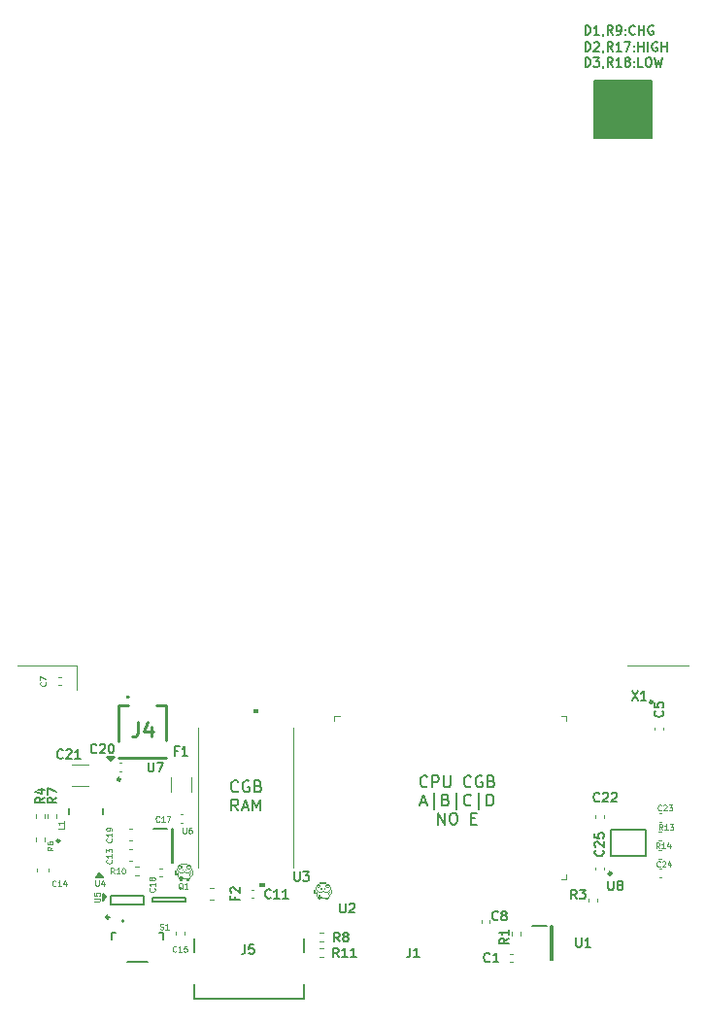
<source format=gbr>
%TF.GenerationSoftware,KiCad,Pcbnew,7.0.1*%
%TF.CreationDate,2024-09-27T15:08:14-07:00*%
%TF.ProjectId,agbc,61676263-2e6b-4696-9361-645f70636258,02*%
%TF.SameCoordinates,Original*%
%TF.FileFunction,Legend,Top*%
%TF.FilePolarity,Positive*%
%FSLAX46Y46*%
G04 Gerber Fmt 4.6, Leading zero omitted, Abs format (unit mm)*
G04 Created by KiCad (PCBNEW 7.0.1) date 2024-09-27 15:08:14*
%MOMM*%
%LPD*%
G01*
G04 APERTURE LIST*
%ADD10C,0.150000*%
%ADD11C,0.100000*%
%ADD12C,0.254000*%
%ADD13C,0.120000*%
%ADD14C,0.200000*%
%ADD15C,0.250000*%
%ADD16C,0.127000*%
G04 APERTURE END LIST*
D10*
X114425000Y-126625000D02*
X114125000Y-126925000D01*
X114125000Y-126325000D01*
X114425000Y-126625000D01*
G36*
X114425000Y-126625000D02*
G01*
X114125000Y-126925000D01*
X114125000Y-126325000D01*
X114425000Y-126625000D01*
G37*
X114825000Y-114725000D02*
X114525000Y-114425000D01*
X115125000Y-114425000D01*
X114825000Y-114725000D01*
G36*
X114825000Y-114725000D02*
G01*
X114525000Y-114425000D01*
X115125000Y-114425000D01*
X114825000Y-114725000D01*
G37*
X114150000Y-124875000D02*
X113550000Y-124875000D01*
X113850000Y-124575000D01*
X114150000Y-124875000D01*
G36*
X114150000Y-124875000D02*
G01*
X113550000Y-124875000D01*
X113850000Y-124575000D01*
X114150000Y-124875000D01*
G37*
X157000000Y-55450000D02*
X162000000Y-55450000D01*
X162000000Y-60450000D01*
X157000000Y-60450000D01*
X157000000Y-55450000D01*
G36*
X157000000Y-55450000D02*
G01*
X162000000Y-55450000D01*
X162000000Y-60450000D01*
X157000000Y-60450000D01*
X157000000Y-55450000D01*
G37*
X142429761Y-116942380D02*
X142382142Y-116990000D01*
X142382142Y-116990000D02*
X142239285Y-117037619D01*
X142239285Y-117037619D02*
X142144047Y-117037619D01*
X142144047Y-117037619D02*
X142001190Y-116990000D01*
X142001190Y-116990000D02*
X141905952Y-116894761D01*
X141905952Y-116894761D02*
X141858333Y-116799523D01*
X141858333Y-116799523D02*
X141810714Y-116609047D01*
X141810714Y-116609047D02*
X141810714Y-116466190D01*
X141810714Y-116466190D02*
X141858333Y-116275714D01*
X141858333Y-116275714D02*
X141905952Y-116180476D01*
X141905952Y-116180476D02*
X142001190Y-116085238D01*
X142001190Y-116085238D02*
X142144047Y-116037619D01*
X142144047Y-116037619D02*
X142239285Y-116037619D01*
X142239285Y-116037619D02*
X142382142Y-116085238D01*
X142382142Y-116085238D02*
X142429761Y-116132857D01*
X142858333Y-117037619D02*
X142858333Y-116037619D01*
X142858333Y-116037619D02*
X143239285Y-116037619D01*
X143239285Y-116037619D02*
X143334523Y-116085238D01*
X143334523Y-116085238D02*
X143382142Y-116132857D01*
X143382142Y-116132857D02*
X143429761Y-116228095D01*
X143429761Y-116228095D02*
X143429761Y-116370952D01*
X143429761Y-116370952D02*
X143382142Y-116466190D01*
X143382142Y-116466190D02*
X143334523Y-116513809D01*
X143334523Y-116513809D02*
X143239285Y-116561428D01*
X143239285Y-116561428D02*
X142858333Y-116561428D01*
X143858333Y-116037619D02*
X143858333Y-116847142D01*
X143858333Y-116847142D02*
X143905952Y-116942380D01*
X143905952Y-116942380D02*
X143953571Y-116990000D01*
X143953571Y-116990000D02*
X144048809Y-117037619D01*
X144048809Y-117037619D02*
X144239285Y-117037619D01*
X144239285Y-117037619D02*
X144334523Y-116990000D01*
X144334523Y-116990000D02*
X144382142Y-116942380D01*
X144382142Y-116942380D02*
X144429761Y-116847142D01*
X144429761Y-116847142D02*
X144429761Y-116037619D01*
X146239285Y-116942380D02*
X146191666Y-116990000D01*
X146191666Y-116990000D02*
X146048809Y-117037619D01*
X146048809Y-117037619D02*
X145953571Y-117037619D01*
X145953571Y-117037619D02*
X145810714Y-116990000D01*
X145810714Y-116990000D02*
X145715476Y-116894761D01*
X145715476Y-116894761D02*
X145667857Y-116799523D01*
X145667857Y-116799523D02*
X145620238Y-116609047D01*
X145620238Y-116609047D02*
X145620238Y-116466190D01*
X145620238Y-116466190D02*
X145667857Y-116275714D01*
X145667857Y-116275714D02*
X145715476Y-116180476D01*
X145715476Y-116180476D02*
X145810714Y-116085238D01*
X145810714Y-116085238D02*
X145953571Y-116037619D01*
X145953571Y-116037619D02*
X146048809Y-116037619D01*
X146048809Y-116037619D02*
X146191666Y-116085238D01*
X146191666Y-116085238D02*
X146239285Y-116132857D01*
X147191666Y-116085238D02*
X147096428Y-116037619D01*
X147096428Y-116037619D02*
X146953571Y-116037619D01*
X146953571Y-116037619D02*
X146810714Y-116085238D01*
X146810714Y-116085238D02*
X146715476Y-116180476D01*
X146715476Y-116180476D02*
X146667857Y-116275714D01*
X146667857Y-116275714D02*
X146620238Y-116466190D01*
X146620238Y-116466190D02*
X146620238Y-116609047D01*
X146620238Y-116609047D02*
X146667857Y-116799523D01*
X146667857Y-116799523D02*
X146715476Y-116894761D01*
X146715476Y-116894761D02*
X146810714Y-116990000D01*
X146810714Y-116990000D02*
X146953571Y-117037619D01*
X146953571Y-117037619D02*
X147048809Y-117037619D01*
X147048809Y-117037619D02*
X147191666Y-116990000D01*
X147191666Y-116990000D02*
X147239285Y-116942380D01*
X147239285Y-116942380D02*
X147239285Y-116609047D01*
X147239285Y-116609047D02*
X147048809Y-116609047D01*
X148001190Y-116513809D02*
X148144047Y-116561428D01*
X148144047Y-116561428D02*
X148191666Y-116609047D01*
X148191666Y-116609047D02*
X148239285Y-116704285D01*
X148239285Y-116704285D02*
X148239285Y-116847142D01*
X148239285Y-116847142D02*
X148191666Y-116942380D01*
X148191666Y-116942380D02*
X148144047Y-116990000D01*
X148144047Y-116990000D02*
X148048809Y-117037619D01*
X148048809Y-117037619D02*
X147667857Y-117037619D01*
X147667857Y-117037619D02*
X147667857Y-116037619D01*
X147667857Y-116037619D02*
X148001190Y-116037619D01*
X148001190Y-116037619D02*
X148096428Y-116085238D01*
X148096428Y-116085238D02*
X148144047Y-116132857D01*
X148144047Y-116132857D02*
X148191666Y-116228095D01*
X148191666Y-116228095D02*
X148191666Y-116323333D01*
X148191666Y-116323333D02*
X148144047Y-116418571D01*
X148144047Y-116418571D02*
X148096428Y-116466190D01*
X148096428Y-116466190D02*
X148001190Y-116513809D01*
X148001190Y-116513809D02*
X147667857Y-116513809D01*
X141858333Y-118371904D02*
X142334523Y-118371904D01*
X141763095Y-118657619D02*
X142096428Y-117657619D01*
X142096428Y-117657619D02*
X142429761Y-118657619D01*
X143001190Y-118990952D02*
X143001190Y-117562380D01*
X144048809Y-118133809D02*
X144191666Y-118181428D01*
X144191666Y-118181428D02*
X144239285Y-118229047D01*
X144239285Y-118229047D02*
X144286904Y-118324285D01*
X144286904Y-118324285D02*
X144286904Y-118467142D01*
X144286904Y-118467142D02*
X144239285Y-118562380D01*
X144239285Y-118562380D02*
X144191666Y-118610000D01*
X144191666Y-118610000D02*
X144096428Y-118657619D01*
X144096428Y-118657619D02*
X143715476Y-118657619D01*
X143715476Y-118657619D02*
X143715476Y-117657619D01*
X143715476Y-117657619D02*
X144048809Y-117657619D01*
X144048809Y-117657619D02*
X144144047Y-117705238D01*
X144144047Y-117705238D02*
X144191666Y-117752857D01*
X144191666Y-117752857D02*
X144239285Y-117848095D01*
X144239285Y-117848095D02*
X144239285Y-117943333D01*
X144239285Y-117943333D02*
X144191666Y-118038571D01*
X144191666Y-118038571D02*
X144144047Y-118086190D01*
X144144047Y-118086190D02*
X144048809Y-118133809D01*
X144048809Y-118133809D02*
X143715476Y-118133809D01*
X144953571Y-118990952D02*
X144953571Y-117562380D01*
X146239285Y-118562380D02*
X146191666Y-118610000D01*
X146191666Y-118610000D02*
X146048809Y-118657619D01*
X146048809Y-118657619D02*
X145953571Y-118657619D01*
X145953571Y-118657619D02*
X145810714Y-118610000D01*
X145810714Y-118610000D02*
X145715476Y-118514761D01*
X145715476Y-118514761D02*
X145667857Y-118419523D01*
X145667857Y-118419523D02*
X145620238Y-118229047D01*
X145620238Y-118229047D02*
X145620238Y-118086190D01*
X145620238Y-118086190D02*
X145667857Y-117895714D01*
X145667857Y-117895714D02*
X145715476Y-117800476D01*
X145715476Y-117800476D02*
X145810714Y-117705238D01*
X145810714Y-117705238D02*
X145953571Y-117657619D01*
X145953571Y-117657619D02*
X146048809Y-117657619D01*
X146048809Y-117657619D02*
X146191666Y-117705238D01*
X146191666Y-117705238D02*
X146239285Y-117752857D01*
X146905952Y-118990952D02*
X146905952Y-117562380D01*
X147620238Y-118657619D02*
X147620238Y-117657619D01*
X147620238Y-117657619D02*
X147858333Y-117657619D01*
X147858333Y-117657619D02*
X148001190Y-117705238D01*
X148001190Y-117705238D02*
X148096428Y-117800476D01*
X148096428Y-117800476D02*
X148144047Y-117895714D01*
X148144047Y-117895714D02*
X148191666Y-118086190D01*
X148191666Y-118086190D02*
X148191666Y-118229047D01*
X148191666Y-118229047D02*
X148144047Y-118419523D01*
X148144047Y-118419523D02*
X148096428Y-118514761D01*
X148096428Y-118514761D02*
X148001190Y-118610000D01*
X148001190Y-118610000D02*
X147858333Y-118657619D01*
X147858333Y-118657619D02*
X147620238Y-118657619D01*
X143382143Y-120277619D02*
X143382143Y-119277619D01*
X143382143Y-119277619D02*
X143953571Y-120277619D01*
X143953571Y-120277619D02*
X143953571Y-119277619D01*
X144620238Y-119277619D02*
X144810714Y-119277619D01*
X144810714Y-119277619D02*
X144905952Y-119325238D01*
X144905952Y-119325238D02*
X145001190Y-119420476D01*
X145001190Y-119420476D02*
X145048809Y-119610952D01*
X145048809Y-119610952D02*
X145048809Y-119944285D01*
X145048809Y-119944285D02*
X145001190Y-120134761D01*
X145001190Y-120134761D02*
X144905952Y-120230000D01*
X144905952Y-120230000D02*
X144810714Y-120277619D01*
X144810714Y-120277619D02*
X144620238Y-120277619D01*
X144620238Y-120277619D02*
X144525000Y-120230000D01*
X144525000Y-120230000D02*
X144429762Y-120134761D01*
X144429762Y-120134761D02*
X144382143Y-119944285D01*
X144382143Y-119944285D02*
X144382143Y-119610952D01*
X144382143Y-119610952D02*
X144429762Y-119420476D01*
X144429762Y-119420476D02*
X144525000Y-119325238D01*
X144525000Y-119325238D02*
X144620238Y-119277619D01*
X146239286Y-119753809D02*
X146572619Y-119753809D01*
X146715476Y-120277619D02*
X146239286Y-120277619D01*
X146239286Y-120277619D02*
X146239286Y-119277619D01*
X146239286Y-119277619D02*
X146715476Y-119277619D01*
X125934523Y-117362380D02*
X125886904Y-117410000D01*
X125886904Y-117410000D02*
X125744047Y-117457619D01*
X125744047Y-117457619D02*
X125648809Y-117457619D01*
X125648809Y-117457619D02*
X125505952Y-117410000D01*
X125505952Y-117410000D02*
X125410714Y-117314761D01*
X125410714Y-117314761D02*
X125363095Y-117219523D01*
X125363095Y-117219523D02*
X125315476Y-117029047D01*
X125315476Y-117029047D02*
X125315476Y-116886190D01*
X125315476Y-116886190D02*
X125363095Y-116695714D01*
X125363095Y-116695714D02*
X125410714Y-116600476D01*
X125410714Y-116600476D02*
X125505952Y-116505238D01*
X125505952Y-116505238D02*
X125648809Y-116457619D01*
X125648809Y-116457619D02*
X125744047Y-116457619D01*
X125744047Y-116457619D02*
X125886904Y-116505238D01*
X125886904Y-116505238D02*
X125934523Y-116552857D01*
X126886904Y-116505238D02*
X126791666Y-116457619D01*
X126791666Y-116457619D02*
X126648809Y-116457619D01*
X126648809Y-116457619D02*
X126505952Y-116505238D01*
X126505952Y-116505238D02*
X126410714Y-116600476D01*
X126410714Y-116600476D02*
X126363095Y-116695714D01*
X126363095Y-116695714D02*
X126315476Y-116886190D01*
X126315476Y-116886190D02*
X126315476Y-117029047D01*
X126315476Y-117029047D02*
X126363095Y-117219523D01*
X126363095Y-117219523D02*
X126410714Y-117314761D01*
X126410714Y-117314761D02*
X126505952Y-117410000D01*
X126505952Y-117410000D02*
X126648809Y-117457619D01*
X126648809Y-117457619D02*
X126744047Y-117457619D01*
X126744047Y-117457619D02*
X126886904Y-117410000D01*
X126886904Y-117410000D02*
X126934523Y-117362380D01*
X126934523Y-117362380D02*
X126934523Y-117029047D01*
X126934523Y-117029047D02*
X126744047Y-117029047D01*
X127696428Y-116933809D02*
X127839285Y-116981428D01*
X127839285Y-116981428D02*
X127886904Y-117029047D01*
X127886904Y-117029047D02*
X127934523Y-117124285D01*
X127934523Y-117124285D02*
X127934523Y-117267142D01*
X127934523Y-117267142D02*
X127886904Y-117362380D01*
X127886904Y-117362380D02*
X127839285Y-117410000D01*
X127839285Y-117410000D02*
X127744047Y-117457619D01*
X127744047Y-117457619D02*
X127363095Y-117457619D01*
X127363095Y-117457619D02*
X127363095Y-116457619D01*
X127363095Y-116457619D02*
X127696428Y-116457619D01*
X127696428Y-116457619D02*
X127791666Y-116505238D01*
X127791666Y-116505238D02*
X127839285Y-116552857D01*
X127839285Y-116552857D02*
X127886904Y-116648095D01*
X127886904Y-116648095D02*
X127886904Y-116743333D01*
X127886904Y-116743333D02*
X127839285Y-116838571D01*
X127839285Y-116838571D02*
X127791666Y-116886190D01*
X127791666Y-116886190D02*
X127696428Y-116933809D01*
X127696428Y-116933809D02*
X127363095Y-116933809D01*
X125934523Y-119077619D02*
X125601190Y-118601428D01*
X125363095Y-119077619D02*
X125363095Y-118077619D01*
X125363095Y-118077619D02*
X125744047Y-118077619D01*
X125744047Y-118077619D02*
X125839285Y-118125238D01*
X125839285Y-118125238D02*
X125886904Y-118172857D01*
X125886904Y-118172857D02*
X125934523Y-118268095D01*
X125934523Y-118268095D02*
X125934523Y-118410952D01*
X125934523Y-118410952D02*
X125886904Y-118506190D01*
X125886904Y-118506190D02*
X125839285Y-118553809D01*
X125839285Y-118553809D02*
X125744047Y-118601428D01*
X125744047Y-118601428D02*
X125363095Y-118601428D01*
X126315476Y-118791904D02*
X126791666Y-118791904D01*
X126220238Y-119077619D02*
X126553571Y-118077619D01*
X126553571Y-118077619D02*
X126886904Y-119077619D01*
X127220238Y-119077619D02*
X127220238Y-118077619D01*
X127220238Y-118077619D02*
X127553571Y-118791904D01*
X127553571Y-118791904D02*
X127886904Y-118077619D01*
X127886904Y-118077619D02*
X127886904Y-119077619D01*
X156190476Y-54252095D02*
X156190476Y-53452095D01*
X156190476Y-53452095D02*
X156380952Y-53452095D01*
X156380952Y-53452095D02*
X156495238Y-53490190D01*
X156495238Y-53490190D02*
X156571428Y-53566380D01*
X156571428Y-53566380D02*
X156609523Y-53642571D01*
X156609523Y-53642571D02*
X156647619Y-53794952D01*
X156647619Y-53794952D02*
X156647619Y-53909238D01*
X156647619Y-53909238D02*
X156609523Y-54061619D01*
X156609523Y-54061619D02*
X156571428Y-54137809D01*
X156571428Y-54137809D02*
X156495238Y-54214000D01*
X156495238Y-54214000D02*
X156380952Y-54252095D01*
X156380952Y-54252095D02*
X156190476Y-54252095D01*
X156914285Y-53452095D02*
X157409523Y-53452095D01*
X157409523Y-53452095D02*
X157142857Y-53756857D01*
X157142857Y-53756857D02*
X157257142Y-53756857D01*
X157257142Y-53756857D02*
X157333333Y-53794952D01*
X157333333Y-53794952D02*
X157371428Y-53833047D01*
X157371428Y-53833047D02*
X157409523Y-53909238D01*
X157409523Y-53909238D02*
X157409523Y-54099714D01*
X157409523Y-54099714D02*
X157371428Y-54175904D01*
X157371428Y-54175904D02*
X157333333Y-54214000D01*
X157333333Y-54214000D02*
X157257142Y-54252095D01*
X157257142Y-54252095D02*
X157028571Y-54252095D01*
X157028571Y-54252095D02*
X156952380Y-54214000D01*
X156952380Y-54214000D02*
X156914285Y-54175904D01*
X157790476Y-54214000D02*
X157790476Y-54252095D01*
X157790476Y-54252095D02*
X157752381Y-54328285D01*
X157752381Y-54328285D02*
X157714285Y-54366380D01*
X158590476Y-54252095D02*
X158323809Y-53871142D01*
X158133333Y-54252095D02*
X158133333Y-53452095D01*
X158133333Y-53452095D02*
X158438095Y-53452095D01*
X158438095Y-53452095D02*
X158514285Y-53490190D01*
X158514285Y-53490190D02*
X158552380Y-53528285D01*
X158552380Y-53528285D02*
X158590476Y-53604476D01*
X158590476Y-53604476D02*
X158590476Y-53718761D01*
X158590476Y-53718761D02*
X158552380Y-53794952D01*
X158552380Y-53794952D02*
X158514285Y-53833047D01*
X158514285Y-53833047D02*
X158438095Y-53871142D01*
X158438095Y-53871142D02*
X158133333Y-53871142D01*
X159352380Y-54252095D02*
X158895237Y-54252095D01*
X159123809Y-54252095D02*
X159123809Y-53452095D01*
X159123809Y-53452095D02*
X159047618Y-53566380D01*
X159047618Y-53566380D02*
X158971428Y-53642571D01*
X158971428Y-53642571D02*
X158895237Y-53680666D01*
X159809523Y-53794952D02*
X159733333Y-53756857D01*
X159733333Y-53756857D02*
X159695238Y-53718761D01*
X159695238Y-53718761D02*
X159657142Y-53642571D01*
X159657142Y-53642571D02*
X159657142Y-53604476D01*
X159657142Y-53604476D02*
X159695238Y-53528285D01*
X159695238Y-53528285D02*
X159733333Y-53490190D01*
X159733333Y-53490190D02*
X159809523Y-53452095D01*
X159809523Y-53452095D02*
X159961904Y-53452095D01*
X159961904Y-53452095D02*
X160038095Y-53490190D01*
X160038095Y-53490190D02*
X160076190Y-53528285D01*
X160076190Y-53528285D02*
X160114285Y-53604476D01*
X160114285Y-53604476D02*
X160114285Y-53642571D01*
X160114285Y-53642571D02*
X160076190Y-53718761D01*
X160076190Y-53718761D02*
X160038095Y-53756857D01*
X160038095Y-53756857D02*
X159961904Y-53794952D01*
X159961904Y-53794952D02*
X159809523Y-53794952D01*
X159809523Y-53794952D02*
X159733333Y-53833047D01*
X159733333Y-53833047D02*
X159695238Y-53871142D01*
X159695238Y-53871142D02*
X159657142Y-53947333D01*
X159657142Y-53947333D02*
X159657142Y-54099714D01*
X159657142Y-54099714D02*
X159695238Y-54175904D01*
X159695238Y-54175904D02*
X159733333Y-54214000D01*
X159733333Y-54214000D02*
X159809523Y-54252095D01*
X159809523Y-54252095D02*
X159961904Y-54252095D01*
X159961904Y-54252095D02*
X160038095Y-54214000D01*
X160038095Y-54214000D02*
X160076190Y-54175904D01*
X160076190Y-54175904D02*
X160114285Y-54099714D01*
X160114285Y-54099714D02*
X160114285Y-53947333D01*
X160114285Y-53947333D02*
X160076190Y-53871142D01*
X160076190Y-53871142D02*
X160038095Y-53833047D01*
X160038095Y-53833047D02*
X159961904Y-53794952D01*
X160457143Y-54175904D02*
X160495238Y-54214000D01*
X160495238Y-54214000D02*
X160457143Y-54252095D01*
X160457143Y-54252095D02*
X160419047Y-54214000D01*
X160419047Y-54214000D02*
X160457143Y-54175904D01*
X160457143Y-54175904D02*
X160457143Y-54252095D01*
X160457143Y-53756857D02*
X160495238Y-53794952D01*
X160495238Y-53794952D02*
X160457143Y-53833047D01*
X160457143Y-53833047D02*
X160419047Y-53794952D01*
X160419047Y-53794952D02*
X160457143Y-53756857D01*
X160457143Y-53756857D02*
X160457143Y-53833047D01*
X161219047Y-54252095D02*
X160838095Y-54252095D01*
X160838095Y-54252095D02*
X160838095Y-53452095D01*
X161638095Y-53452095D02*
X161790476Y-53452095D01*
X161790476Y-53452095D02*
X161866666Y-53490190D01*
X161866666Y-53490190D02*
X161942857Y-53566380D01*
X161942857Y-53566380D02*
X161980952Y-53718761D01*
X161980952Y-53718761D02*
X161980952Y-53985428D01*
X161980952Y-53985428D02*
X161942857Y-54137809D01*
X161942857Y-54137809D02*
X161866666Y-54214000D01*
X161866666Y-54214000D02*
X161790476Y-54252095D01*
X161790476Y-54252095D02*
X161638095Y-54252095D01*
X161638095Y-54252095D02*
X161561904Y-54214000D01*
X161561904Y-54214000D02*
X161485714Y-54137809D01*
X161485714Y-54137809D02*
X161447618Y-53985428D01*
X161447618Y-53985428D02*
X161447618Y-53718761D01*
X161447618Y-53718761D02*
X161485714Y-53566380D01*
X161485714Y-53566380D02*
X161561904Y-53490190D01*
X161561904Y-53490190D02*
X161638095Y-53452095D01*
X162247618Y-53452095D02*
X162438094Y-54252095D01*
X162438094Y-54252095D02*
X162590475Y-53680666D01*
X162590475Y-53680666D02*
X162742856Y-54252095D01*
X162742856Y-54252095D02*
X162933333Y-53452095D01*
X156190476Y-51452095D02*
X156190476Y-50652095D01*
X156190476Y-50652095D02*
X156380952Y-50652095D01*
X156380952Y-50652095D02*
X156495238Y-50690190D01*
X156495238Y-50690190D02*
X156571428Y-50766380D01*
X156571428Y-50766380D02*
X156609523Y-50842571D01*
X156609523Y-50842571D02*
X156647619Y-50994952D01*
X156647619Y-50994952D02*
X156647619Y-51109238D01*
X156647619Y-51109238D02*
X156609523Y-51261619D01*
X156609523Y-51261619D02*
X156571428Y-51337809D01*
X156571428Y-51337809D02*
X156495238Y-51414000D01*
X156495238Y-51414000D02*
X156380952Y-51452095D01*
X156380952Y-51452095D02*
X156190476Y-51452095D01*
X157409523Y-51452095D02*
X156952380Y-51452095D01*
X157180952Y-51452095D02*
X157180952Y-50652095D01*
X157180952Y-50652095D02*
X157104761Y-50766380D01*
X157104761Y-50766380D02*
X157028571Y-50842571D01*
X157028571Y-50842571D02*
X156952380Y-50880666D01*
X157790476Y-51414000D02*
X157790476Y-51452095D01*
X157790476Y-51452095D02*
X157752381Y-51528285D01*
X157752381Y-51528285D02*
X157714285Y-51566380D01*
X158590476Y-51452095D02*
X158323809Y-51071142D01*
X158133333Y-51452095D02*
X158133333Y-50652095D01*
X158133333Y-50652095D02*
X158438095Y-50652095D01*
X158438095Y-50652095D02*
X158514285Y-50690190D01*
X158514285Y-50690190D02*
X158552380Y-50728285D01*
X158552380Y-50728285D02*
X158590476Y-50804476D01*
X158590476Y-50804476D02*
X158590476Y-50918761D01*
X158590476Y-50918761D02*
X158552380Y-50994952D01*
X158552380Y-50994952D02*
X158514285Y-51033047D01*
X158514285Y-51033047D02*
X158438095Y-51071142D01*
X158438095Y-51071142D02*
X158133333Y-51071142D01*
X158971428Y-51452095D02*
X159123809Y-51452095D01*
X159123809Y-51452095D02*
X159199999Y-51414000D01*
X159199999Y-51414000D02*
X159238095Y-51375904D01*
X159238095Y-51375904D02*
X159314285Y-51261619D01*
X159314285Y-51261619D02*
X159352380Y-51109238D01*
X159352380Y-51109238D02*
X159352380Y-50804476D01*
X159352380Y-50804476D02*
X159314285Y-50728285D01*
X159314285Y-50728285D02*
X159276190Y-50690190D01*
X159276190Y-50690190D02*
X159199999Y-50652095D01*
X159199999Y-50652095D02*
X159047618Y-50652095D01*
X159047618Y-50652095D02*
X158971428Y-50690190D01*
X158971428Y-50690190D02*
X158933333Y-50728285D01*
X158933333Y-50728285D02*
X158895237Y-50804476D01*
X158895237Y-50804476D02*
X158895237Y-50994952D01*
X158895237Y-50994952D02*
X158933333Y-51071142D01*
X158933333Y-51071142D02*
X158971428Y-51109238D01*
X158971428Y-51109238D02*
X159047618Y-51147333D01*
X159047618Y-51147333D02*
X159199999Y-51147333D01*
X159199999Y-51147333D02*
X159276190Y-51109238D01*
X159276190Y-51109238D02*
X159314285Y-51071142D01*
X159314285Y-51071142D02*
X159352380Y-50994952D01*
X159695238Y-51375904D02*
X159733333Y-51414000D01*
X159733333Y-51414000D02*
X159695238Y-51452095D01*
X159695238Y-51452095D02*
X159657142Y-51414000D01*
X159657142Y-51414000D02*
X159695238Y-51375904D01*
X159695238Y-51375904D02*
X159695238Y-51452095D01*
X159695238Y-50956857D02*
X159733333Y-50994952D01*
X159733333Y-50994952D02*
X159695238Y-51033047D01*
X159695238Y-51033047D02*
X159657142Y-50994952D01*
X159657142Y-50994952D02*
X159695238Y-50956857D01*
X159695238Y-50956857D02*
X159695238Y-51033047D01*
X160533333Y-51375904D02*
X160495237Y-51414000D01*
X160495237Y-51414000D02*
X160380952Y-51452095D01*
X160380952Y-51452095D02*
X160304761Y-51452095D01*
X160304761Y-51452095D02*
X160190475Y-51414000D01*
X160190475Y-51414000D02*
X160114285Y-51337809D01*
X160114285Y-51337809D02*
X160076190Y-51261619D01*
X160076190Y-51261619D02*
X160038094Y-51109238D01*
X160038094Y-51109238D02*
X160038094Y-50994952D01*
X160038094Y-50994952D02*
X160076190Y-50842571D01*
X160076190Y-50842571D02*
X160114285Y-50766380D01*
X160114285Y-50766380D02*
X160190475Y-50690190D01*
X160190475Y-50690190D02*
X160304761Y-50652095D01*
X160304761Y-50652095D02*
X160380952Y-50652095D01*
X160380952Y-50652095D02*
X160495237Y-50690190D01*
X160495237Y-50690190D02*
X160533333Y-50728285D01*
X160876190Y-51452095D02*
X160876190Y-50652095D01*
X160876190Y-51033047D02*
X161333333Y-51033047D01*
X161333333Y-51452095D02*
X161333333Y-50652095D01*
X162133332Y-50690190D02*
X162057142Y-50652095D01*
X162057142Y-50652095D02*
X161942856Y-50652095D01*
X161942856Y-50652095D02*
X161828570Y-50690190D01*
X161828570Y-50690190D02*
X161752380Y-50766380D01*
X161752380Y-50766380D02*
X161714285Y-50842571D01*
X161714285Y-50842571D02*
X161676189Y-50994952D01*
X161676189Y-50994952D02*
X161676189Y-51109238D01*
X161676189Y-51109238D02*
X161714285Y-51261619D01*
X161714285Y-51261619D02*
X161752380Y-51337809D01*
X161752380Y-51337809D02*
X161828570Y-51414000D01*
X161828570Y-51414000D02*
X161942856Y-51452095D01*
X161942856Y-51452095D02*
X162019047Y-51452095D01*
X162019047Y-51452095D02*
X162133332Y-51414000D01*
X162133332Y-51414000D02*
X162171428Y-51375904D01*
X162171428Y-51375904D02*
X162171428Y-51109238D01*
X162171428Y-51109238D02*
X162019047Y-51109238D01*
X156190476Y-52902095D02*
X156190476Y-52102095D01*
X156190476Y-52102095D02*
X156380952Y-52102095D01*
X156380952Y-52102095D02*
X156495238Y-52140190D01*
X156495238Y-52140190D02*
X156571428Y-52216380D01*
X156571428Y-52216380D02*
X156609523Y-52292571D01*
X156609523Y-52292571D02*
X156647619Y-52444952D01*
X156647619Y-52444952D02*
X156647619Y-52559238D01*
X156647619Y-52559238D02*
X156609523Y-52711619D01*
X156609523Y-52711619D02*
X156571428Y-52787809D01*
X156571428Y-52787809D02*
X156495238Y-52864000D01*
X156495238Y-52864000D02*
X156380952Y-52902095D01*
X156380952Y-52902095D02*
X156190476Y-52902095D01*
X156952380Y-52178285D02*
X156990476Y-52140190D01*
X156990476Y-52140190D02*
X157066666Y-52102095D01*
X157066666Y-52102095D02*
X157257142Y-52102095D01*
X157257142Y-52102095D02*
X157333333Y-52140190D01*
X157333333Y-52140190D02*
X157371428Y-52178285D01*
X157371428Y-52178285D02*
X157409523Y-52254476D01*
X157409523Y-52254476D02*
X157409523Y-52330666D01*
X157409523Y-52330666D02*
X157371428Y-52444952D01*
X157371428Y-52444952D02*
X156914285Y-52902095D01*
X156914285Y-52902095D02*
X157409523Y-52902095D01*
X157790476Y-52864000D02*
X157790476Y-52902095D01*
X157790476Y-52902095D02*
X157752381Y-52978285D01*
X157752381Y-52978285D02*
X157714285Y-53016380D01*
X158590476Y-52902095D02*
X158323809Y-52521142D01*
X158133333Y-52902095D02*
X158133333Y-52102095D01*
X158133333Y-52102095D02*
X158438095Y-52102095D01*
X158438095Y-52102095D02*
X158514285Y-52140190D01*
X158514285Y-52140190D02*
X158552380Y-52178285D01*
X158552380Y-52178285D02*
X158590476Y-52254476D01*
X158590476Y-52254476D02*
X158590476Y-52368761D01*
X158590476Y-52368761D02*
X158552380Y-52444952D01*
X158552380Y-52444952D02*
X158514285Y-52483047D01*
X158514285Y-52483047D02*
X158438095Y-52521142D01*
X158438095Y-52521142D02*
X158133333Y-52521142D01*
X159352380Y-52902095D02*
X158895237Y-52902095D01*
X159123809Y-52902095D02*
X159123809Y-52102095D01*
X159123809Y-52102095D02*
X159047618Y-52216380D01*
X159047618Y-52216380D02*
X158971428Y-52292571D01*
X158971428Y-52292571D02*
X158895237Y-52330666D01*
X159619047Y-52102095D02*
X160152381Y-52102095D01*
X160152381Y-52102095D02*
X159809523Y-52902095D01*
X160457143Y-52825904D02*
X160495238Y-52864000D01*
X160495238Y-52864000D02*
X160457143Y-52902095D01*
X160457143Y-52902095D02*
X160419047Y-52864000D01*
X160419047Y-52864000D02*
X160457143Y-52825904D01*
X160457143Y-52825904D02*
X160457143Y-52902095D01*
X160457143Y-52406857D02*
X160495238Y-52444952D01*
X160495238Y-52444952D02*
X160457143Y-52483047D01*
X160457143Y-52483047D02*
X160419047Y-52444952D01*
X160419047Y-52444952D02*
X160457143Y-52406857D01*
X160457143Y-52406857D02*
X160457143Y-52483047D01*
X160838095Y-52902095D02*
X160838095Y-52102095D01*
X160838095Y-52483047D02*
X161295238Y-52483047D01*
X161295238Y-52902095D02*
X161295238Y-52102095D01*
X161676190Y-52902095D02*
X161676190Y-52102095D01*
X162476189Y-52140190D02*
X162399999Y-52102095D01*
X162399999Y-52102095D02*
X162285713Y-52102095D01*
X162285713Y-52102095D02*
X162171427Y-52140190D01*
X162171427Y-52140190D02*
X162095237Y-52216380D01*
X162095237Y-52216380D02*
X162057142Y-52292571D01*
X162057142Y-52292571D02*
X162019046Y-52444952D01*
X162019046Y-52444952D02*
X162019046Y-52559238D01*
X162019046Y-52559238D02*
X162057142Y-52711619D01*
X162057142Y-52711619D02*
X162095237Y-52787809D01*
X162095237Y-52787809D02*
X162171427Y-52864000D01*
X162171427Y-52864000D02*
X162285713Y-52902095D01*
X162285713Y-52902095D02*
X162361904Y-52902095D01*
X162361904Y-52902095D02*
X162476189Y-52864000D01*
X162476189Y-52864000D02*
X162514285Y-52825904D01*
X162514285Y-52825904D02*
X162514285Y-52559238D01*
X162514285Y-52559238D02*
X162361904Y-52559238D01*
X162857142Y-52902095D02*
X162857142Y-52102095D01*
X162857142Y-52483047D02*
X163314285Y-52483047D01*
X163314285Y-52902095D02*
X163314285Y-52102095D01*
D11*
%TO.C,C7*%
X109133690Y-107883333D02*
X109157500Y-107907142D01*
X109157500Y-107907142D02*
X109181309Y-107978571D01*
X109181309Y-107978571D02*
X109181309Y-108026190D01*
X109181309Y-108026190D02*
X109157500Y-108097618D01*
X109157500Y-108097618D02*
X109109880Y-108145237D01*
X109109880Y-108145237D02*
X109062261Y-108169047D01*
X109062261Y-108169047D02*
X108967023Y-108192856D01*
X108967023Y-108192856D02*
X108895595Y-108192856D01*
X108895595Y-108192856D02*
X108800357Y-108169047D01*
X108800357Y-108169047D02*
X108752738Y-108145237D01*
X108752738Y-108145237D02*
X108705119Y-108097618D01*
X108705119Y-108097618D02*
X108681309Y-108026190D01*
X108681309Y-108026190D02*
X108681309Y-107978571D01*
X108681309Y-107978571D02*
X108705119Y-107907142D01*
X108705119Y-107907142D02*
X108728928Y-107883333D01*
X108681309Y-107716666D02*
X108681309Y-107383333D01*
X108681309Y-107383333D02*
X109181309Y-107597618D01*
D10*
%TO.C,U8*%
X158190476Y-125195095D02*
X158190476Y-125842714D01*
X158190476Y-125842714D02*
X158228571Y-125918904D01*
X158228571Y-125918904D02*
X158266666Y-125957000D01*
X158266666Y-125957000D02*
X158342857Y-125995095D01*
X158342857Y-125995095D02*
X158495238Y-125995095D01*
X158495238Y-125995095D02*
X158571428Y-125957000D01*
X158571428Y-125957000D02*
X158609523Y-125918904D01*
X158609523Y-125918904D02*
X158647619Y-125842714D01*
X158647619Y-125842714D02*
X158647619Y-125195095D01*
X159142856Y-125537952D02*
X159066666Y-125499857D01*
X159066666Y-125499857D02*
X159028571Y-125461761D01*
X159028571Y-125461761D02*
X158990475Y-125385571D01*
X158990475Y-125385571D02*
X158990475Y-125347476D01*
X158990475Y-125347476D02*
X159028571Y-125271285D01*
X159028571Y-125271285D02*
X159066666Y-125233190D01*
X159066666Y-125233190D02*
X159142856Y-125195095D01*
X159142856Y-125195095D02*
X159295237Y-125195095D01*
X159295237Y-125195095D02*
X159371428Y-125233190D01*
X159371428Y-125233190D02*
X159409523Y-125271285D01*
X159409523Y-125271285D02*
X159447618Y-125347476D01*
X159447618Y-125347476D02*
X159447618Y-125385571D01*
X159447618Y-125385571D02*
X159409523Y-125461761D01*
X159409523Y-125461761D02*
X159371428Y-125499857D01*
X159371428Y-125499857D02*
X159295237Y-125537952D01*
X159295237Y-125537952D02*
X159142856Y-125537952D01*
X159142856Y-125537952D02*
X159066666Y-125576047D01*
X159066666Y-125576047D02*
X159028571Y-125614142D01*
X159028571Y-125614142D02*
X158990475Y-125690333D01*
X158990475Y-125690333D02*
X158990475Y-125842714D01*
X158990475Y-125842714D02*
X159028571Y-125918904D01*
X159028571Y-125918904D02*
X159066666Y-125957000D01*
X159066666Y-125957000D02*
X159142856Y-125995095D01*
X159142856Y-125995095D02*
X159295237Y-125995095D01*
X159295237Y-125995095D02*
X159371428Y-125957000D01*
X159371428Y-125957000D02*
X159409523Y-125918904D01*
X159409523Y-125918904D02*
X159447618Y-125842714D01*
X159447618Y-125842714D02*
X159447618Y-125690333D01*
X159447618Y-125690333D02*
X159409523Y-125614142D01*
X159409523Y-125614142D02*
X159371428Y-125576047D01*
X159371428Y-125576047D02*
X159295237Y-125537952D01*
%TO.C,R1*%
X149520095Y-130208332D02*
X149139142Y-130474999D01*
X149520095Y-130665475D02*
X148720095Y-130665475D01*
X148720095Y-130665475D02*
X148720095Y-130360713D01*
X148720095Y-130360713D02*
X148758190Y-130284523D01*
X148758190Y-130284523D02*
X148796285Y-130246428D01*
X148796285Y-130246428D02*
X148872476Y-130208332D01*
X148872476Y-130208332D02*
X148986761Y-130208332D01*
X148986761Y-130208332D02*
X149062952Y-130246428D01*
X149062952Y-130246428D02*
X149101047Y-130284523D01*
X149101047Y-130284523D02*
X149139142Y-130360713D01*
X149139142Y-130360713D02*
X149139142Y-130665475D01*
X149520095Y-129446428D02*
X149520095Y-129903571D01*
X149520095Y-129674999D02*
X148720095Y-129674999D01*
X148720095Y-129674999D02*
X148834380Y-129751190D01*
X148834380Y-129751190D02*
X148910571Y-129827380D01*
X148910571Y-129827380D02*
X148948666Y-129903571D01*
D11*
%TO.C,U6*%
X121119047Y-120556309D02*
X121119047Y-120961071D01*
X121119047Y-120961071D02*
X121142857Y-121008690D01*
X121142857Y-121008690D02*
X121166666Y-121032500D01*
X121166666Y-121032500D02*
X121214285Y-121056309D01*
X121214285Y-121056309D02*
X121309523Y-121056309D01*
X121309523Y-121056309D02*
X121357142Y-121032500D01*
X121357142Y-121032500D02*
X121380952Y-121008690D01*
X121380952Y-121008690D02*
X121404761Y-120961071D01*
X121404761Y-120961071D02*
X121404761Y-120556309D01*
X121857143Y-120556309D02*
X121761905Y-120556309D01*
X121761905Y-120556309D02*
X121714286Y-120580119D01*
X121714286Y-120580119D02*
X121690476Y-120603928D01*
X121690476Y-120603928D02*
X121642857Y-120675357D01*
X121642857Y-120675357D02*
X121619048Y-120770595D01*
X121619048Y-120770595D02*
X121619048Y-120961071D01*
X121619048Y-120961071D02*
X121642857Y-121008690D01*
X121642857Y-121008690D02*
X121666667Y-121032500D01*
X121666667Y-121032500D02*
X121714286Y-121056309D01*
X121714286Y-121056309D02*
X121809524Y-121056309D01*
X121809524Y-121056309D02*
X121857143Y-121032500D01*
X121857143Y-121032500D02*
X121880952Y-121008690D01*
X121880952Y-121008690D02*
X121904762Y-120961071D01*
X121904762Y-120961071D02*
X121904762Y-120842023D01*
X121904762Y-120842023D02*
X121880952Y-120794404D01*
X121880952Y-120794404D02*
X121857143Y-120770595D01*
X121857143Y-120770595D02*
X121809524Y-120746785D01*
X121809524Y-120746785D02*
X121714286Y-120746785D01*
X121714286Y-120746785D02*
X121666667Y-120770595D01*
X121666667Y-120770595D02*
X121642857Y-120794404D01*
X121642857Y-120794404D02*
X121619048Y-120842023D01*
%TO.C,C19*%
X114883690Y-121521428D02*
X114907500Y-121545237D01*
X114907500Y-121545237D02*
X114931309Y-121616666D01*
X114931309Y-121616666D02*
X114931309Y-121664285D01*
X114931309Y-121664285D02*
X114907500Y-121735713D01*
X114907500Y-121735713D02*
X114859880Y-121783332D01*
X114859880Y-121783332D02*
X114812261Y-121807142D01*
X114812261Y-121807142D02*
X114717023Y-121830951D01*
X114717023Y-121830951D02*
X114645595Y-121830951D01*
X114645595Y-121830951D02*
X114550357Y-121807142D01*
X114550357Y-121807142D02*
X114502738Y-121783332D01*
X114502738Y-121783332D02*
X114455119Y-121735713D01*
X114455119Y-121735713D02*
X114431309Y-121664285D01*
X114431309Y-121664285D02*
X114431309Y-121616666D01*
X114431309Y-121616666D02*
X114455119Y-121545237D01*
X114455119Y-121545237D02*
X114478928Y-121521428D01*
X114931309Y-121045237D02*
X114931309Y-121330951D01*
X114931309Y-121188094D02*
X114431309Y-121188094D01*
X114431309Y-121188094D02*
X114502738Y-121235713D01*
X114502738Y-121235713D02*
X114550357Y-121283332D01*
X114550357Y-121283332D02*
X114574166Y-121330951D01*
X114931309Y-120807142D02*
X114931309Y-120711904D01*
X114931309Y-120711904D02*
X114907500Y-120664285D01*
X114907500Y-120664285D02*
X114883690Y-120640476D01*
X114883690Y-120640476D02*
X114812261Y-120592857D01*
X114812261Y-120592857D02*
X114717023Y-120569047D01*
X114717023Y-120569047D02*
X114526547Y-120569047D01*
X114526547Y-120569047D02*
X114478928Y-120592857D01*
X114478928Y-120592857D02*
X114455119Y-120616666D01*
X114455119Y-120616666D02*
X114431309Y-120664285D01*
X114431309Y-120664285D02*
X114431309Y-120759523D01*
X114431309Y-120759523D02*
X114455119Y-120807142D01*
X114455119Y-120807142D02*
X114478928Y-120830952D01*
X114478928Y-120830952D02*
X114526547Y-120854761D01*
X114526547Y-120854761D02*
X114645595Y-120854761D01*
X114645595Y-120854761D02*
X114693214Y-120830952D01*
X114693214Y-120830952D02*
X114717023Y-120807142D01*
X114717023Y-120807142D02*
X114740833Y-120759523D01*
X114740833Y-120759523D02*
X114740833Y-120664285D01*
X114740833Y-120664285D02*
X114717023Y-120616666D01*
X114717023Y-120616666D02*
X114693214Y-120592857D01*
X114693214Y-120592857D02*
X114645595Y-120569047D01*
D10*
%TO.C,C20*%
X113585714Y-113993904D02*
X113547618Y-114032000D01*
X113547618Y-114032000D02*
X113433333Y-114070095D01*
X113433333Y-114070095D02*
X113357142Y-114070095D01*
X113357142Y-114070095D02*
X113242856Y-114032000D01*
X113242856Y-114032000D02*
X113166666Y-113955809D01*
X113166666Y-113955809D02*
X113128571Y-113879619D01*
X113128571Y-113879619D02*
X113090475Y-113727238D01*
X113090475Y-113727238D02*
X113090475Y-113612952D01*
X113090475Y-113612952D02*
X113128571Y-113460571D01*
X113128571Y-113460571D02*
X113166666Y-113384380D01*
X113166666Y-113384380D02*
X113242856Y-113308190D01*
X113242856Y-113308190D02*
X113357142Y-113270095D01*
X113357142Y-113270095D02*
X113433333Y-113270095D01*
X113433333Y-113270095D02*
X113547618Y-113308190D01*
X113547618Y-113308190D02*
X113585714Y-113346285D01*
X113890475Y-113346285D02*
X113928571Y-113308190D01*
X113928571Y-113308190D02*
X114004761Y-113270095D01*
X114004761Y-113270095D02*
X114195237Y-113270095D01*
X114195237Y-113270095D02*
X114271428Y-113308190D01*
X114271428Y-113308190D02*
X114309523Y-113346285D01*
X114309523Y-113346285D02*
X114347618Y-113422476D01*
X114347618Y-113422476D02*
X114347618Y-113498666D01*
X114347618Y-113498666D02*
X114309523Y-113612952D01*
X114309523Y-113612952D02*
X113852380Y-114070095D01*
X113852380Y-114070095D02*
X114347618Y-114070095D01*
X114842857Y-113270095D02*
X114919047Y-113270095D01*
X114919047Y-113270095D02*
X114995238Y-113308190D01*
X114995238Y-113308190D02*
X115033333Y-113346285D01*
X115033333Y-113346285D02*
X115071428Y-113422476D01*
X115071428Y-113422476D02*
X115109523Y-113574857D01*
X115109523Y-113574857D02*
X115109523Y-113765333D01*
X115109523Y-113765333D02*
X115071428Y-113917714D01*
X115071428Y-113917714D02*
X115033333Y-113993904D01*
X115033333Y-113993904D02*
X114995238Y-114032000D01*
X114995238Y-114032000D02*
X114919047Y-114070095D01*
X114919047Y-114070095D02*
X114842857Y-114070095D01*
X114842857Y-114070095D02*
X114766666Y-114032000D01*
X114766666Y-114032000D02*
X114728571Y-113993904D01*
X114728571Y-113993904D02*
X114690476Y-113917714D01*
X114690476Y-113917714D02*
X114652380Y-113765333D01*
X114652380Y-113765333D02*
X114652380Y-113574857D01*
X114652380Y-113574857D02*
X114690476Y-113422476D01*
X114690476Y-113422476D02*
X114728571Y-113346285D01*
X114728571Y-113346285D02*
X114766666Y-113308190D01*
X114766666Y-113308190D02*
X114842857Y-113270095D01*
%TO.C,C11*%
X128760714Y-126643904D02*
X128722618Y-126682000D01*
X128722618Y-126682000D02*
X128608333Y-126720095D01*
X128608333Y-126720095D02*
X128532142Y-126720095D01*
X128532142Y-126720095D02*
X128417856Y-126682000D01*
X128417856Y-126682000D02*
X128341666Y-126605809D01*
X128341666Y-126605809D02*
X128303571Y-126529619D01*
X128303571Y-126529619D02*
X128265475Y-126377238D01*
X128265475Y-126377238D02*
X128265475Y-126262952D01*
X128265475Y-126262952D02*
X128303571Y-126110571D01*
X128303571Y-126110571D02*
X128341666Y-126034380D01*
X128341666Y-126034380D02*
X128417856Y-125958190D01*
X128417856Y-125958190D02*
X128532142Y-125920095D01*
X128532142Y-125920095D02*
X128608333Y-125920095D01*
X128608333Y-125920095D02*
X128722618Y-125958190D01*
X128722618Y-125958190D02*
X128760714Y-125996285D01*
X129522618Y-126720095D02*
X129065475Y-126720095D01*
X129294047Y-126720095D02*
X129294047Y-125920095D01*
X129294047Y-125920095D02*
X129217856Y-126034380D01*
X129217856Y-126034380D02*
X129141666Y-126110571D01*
X129141666Y-126110571D02*
X129065475Y-126148666D01*
X130284523Y-126720095D02*
X129827380Y-126720095D01*
X130055952Y-126720095D02*
X130055952Y-125920095D01*
X130055952Y-125920095D02*
X129979761Y-126034380D01*
X129979761Y-126034380D02*
X129903571Y-126110571D01*
X129903571Y-126110571D02*
X129827380Y-126148666D01*
D11*
%TO.C,R6*%
X109781309Y-122233333D02*
X109543214Y-122399999D01*
X109781309Y-122519047D02*
X109281309Y-122519047D01*
X109281309Y-122519047D02*
X109281309Y-122328571D01*
X109281309Y-122328571D02*
X109305119Y-122280952D01*
X109305119Y-122280952D02*
X109328928Y-122257142D01*
X109328928Y-122257142D02*
X109376547Y-122233333D01*
X109376547Y-122233333D02*
X109447976Y-122233333D01*
X109447976Y-122233333D02*
X109495595Y-122257142D01*
X109495595Y-122257142D02*
X109519404Y-122280952D01*
X109519404Y-122280952D02*
X109543214Y-122328571D01*
X109543214Y-122328571D02*
X109543214Y-122519047D01*
X109281309Y-121804761D02*
X109281309Y-121899999D01*
X109281309Y-121899999D02*
X109305119Y-121947618D01*
X109305119Y-121947618D02*
X109328928Y-121971428D01*
X109328928Y-121971428D02*
X109400357Y-122019047D01*
X109400357Y-122019047D02*
X109495595Y-122042856D01*
X109495595Y-122042856D02*
X109686071Y-122042856D01*
X109686071Y-122042856D02*
X109733690Y-122019047D01*
X109733690Y-122019047D02*
X109757500Y-121995237D01*
X109757500Y-121995237D02*
X109781309Y-121947618D01*
X109781309Y-121947618D02*
X109781309Y-121852380D01*
X109781309Y-121852380D02*
X109757500Y-121804761D01*
X109757500Y-121804761D02*
X109733690Y-121780952D01*
X109733690Y-121780952D02*
X109686071Y-121757142D01*
X109686071Y-121757142D02*
X109567023Y-121757142D01*
X109567023Y-121757142D02*
X109519404Y-121780952D01*
X109519404Y-121780952D02*
X109495595Y-121804761D01*
X109495595Y-121804761D02*
X109471785Y-121852380D01*
X109471785Y-121852380D02*
X109471785Y-121947618D01*
X109471785Y-121947618D02*
X109495595Y-121995237D01*
X109495595Y-121995237D02*
X109519404Y-122019047D01*
X109519404Y-122019047D02*
X109567023Y-122042856D01*
D10*
%TO.C,J5*%
X126533333Y-130770095D02*
X126533333Y-131341523D01*
X126533333Y-131341523D02*
X126495238Y-131455809D01*
X126495238Y-131455809D02*
X126419047Y-131532000D01*
X126419047Y-131532000D02*
X126304762Y-131570095D01*
X126304762Y-131570095D02*
X126228571Y-131570095D01*
X127295238Y-130770095D02*
X126914286Y-130770095D01*
X126914286Y-130770095D02*
X126876190Y-131151047D01*
X126876190Y-131151047D02*
X126914286Y-131112952D01*
X126914286Y-131112952D02*
X126990476Y-131074857D01*
X126990476Y-131074857D02*
X127180952Y-131074857D01*
X127180952Y-131074857D02*
X127257143Y-131112952D01*
X127257143Y-131112952D02*
X127295238Y-131151047D01*
X127295238Y-131151047D02*
X127333333Y-131227238D01*
X127333333Y-131227238D02*
X127333333Y-131417714D01*
X127333333Y-131417714D02*
X127295238Y-131493904D01*
X127295238Y-131493904D02*
X127257143Y-131532000D01*
X127257143Y-131532000D02*
X127180952Y-131570095D01*
X127180952Y-131570095D02*
X126990476Y-131570095D01*
X126990476Y-131570095D02*
X126914286Y-131532000D01*
X126914286Y-131532000D02*
X126876190Y-131493904D01*
D11*
%TO.C,C14*%
X110028571Y-125633690D02*
X110004762Y-125657500D01*
X110004762Y-125657500D02*
X109933333Y-125681309D01*
X109933333Y-125681309D02*
X109885714Y-125681309D01*
X109885714Y-125681309D02*
X109814286Y-125657500D01*
X109814286Y-125657500D02*
X109766667Y-125609880D01*
X109766667Y-125609880D02*
X109742857Y-125562261D01*
X109742857Y-125562261D02*
X109719048Y-125467023D01*
X109719048Y-125467023D02*
X109719048Y-125395595D01*
X109719048Y-125395595D02*
X109742857Y-125300357D01*
X109742857Y-125300357D02*
X109766667Y-125252738D01*
X109766667Y-125252738D02*
X109814286Y-125205119D01*
X109814286Y-125205119D02*
X109885714Y-125181309D01*
X109885714Y-125181309D02*
X109933333Y-125181309D01*
X109933333Y-125181309D02*
X110004762Y-125205119D01*
X110004762Y-125205119D02*
X110028571Y-125228928D01*
X110504762Y-125681309D02*
X110219048Y-125681309D01*
X110361905Y-125681309D02*
X110361905Y-125181309D01*
X110361905Y-125181309D02*
X110314286Y-125252738D01*
X110314286Y-125252738D02*
X110266667Y-125300357D01*
X110266667Y-125300357D02*
X110219048Y-125324166D01*
X110933333Y-125347976D02*
X110933333Y-125681309D01*
X110814285Y-125157500D02*
X110695238Y-125514642D01*
X110695238Y-125514642D02*
X111004761Y-125514642D01*
D10*
%TO.C,F2*%
X125651047Y-126591666D02*
X125651047Y-126858332D01*
X126070095Y-126858332D02*
X125270095Y-126858332D01*
X125270095Y-126858332D02*
X125270095Y-126477380D01*
X125346285Y-126210714D02*
X125308190Y-126172618D01*
X125308190Y-126172618D02*
X125270095Y-126096428D01*
X125270095Y-126096428D02*
X125270095Y-125905952D01*
X125270095Y-125905952D02*
X125308190Y-125829761D01*
X125308190Y-125829761D02*
X125346285Y-125791666D01*
X125346285Y-125791666D02*
X125422476Y-125753571D01*
X125422476Y-125753571D02*
X125498666Y-125753571D01*
X125498666Y-125753571D02*
X125612952Y-125791666D01*
X125612952Y-125791666D02*
X126070095Y-126248809D01*
X126070095Y-126248809D02*
X126070095Y-125753571D01*
D11*
%TO.C,C15*%
X120528571Y-131333690D02*
X120504762Y-131357500D01*
X120504762Y-131357500D02*
X120433333Y-131381309D01*
X120433333Y-131381309D02*
X120385714Y-131381309D01*
X120385714Y-131381309D02*
X120314286Y-131357500D01*
X120314286Y-131357500D02*
X120266667Y-131309880D01*
X120266667Y-131309880D02*
X120242857Y-131262261D01*
X120242857Y-131262261D02*
X120219048Y-131167023D01*
X120219048Y-131167023D02*
X120219048Y-131095595D01*
X120219048Y-131095595D02*
X120242857Y-131000357D01*
X120242857Y-131000357D02*
X120266667Y-130952738D01*
X120266667Y-130952738D02*
X120314286Y-130905119D01*
X120314286Y-130905119D02*
X120385714Y-130881309D01*
X120385714Y-130881309D02*
X120433333Y-130881309D01*
X120433333Y-130881309D02*
X120504762Y-130905119D01*
X120504762Y-130905119D02*
X120528571Y-130928928D01*
X121004762Y-131381309D02*
X120719048Y-131381309D01*
X120861905Y-131381309D02*
X120861905Y-130881309D01*
X120861905Y-130881309D02*
X120814286Y-130952738D01*
X120814286Y-130952738D02*
X120766667Y-131000357D01*
X120766667Y-131000357D02*
X120719048Y-131024166D01*
X121457142Y-130881309D02*
X121219047Y-130881309D01*
X121219047Y-130881309D02*
X121195238Y-131119404D01*
X121195238Y-131119404D02*
X121219047Y-131095595D01*
X121219047Y-131095595D02*
X121266666Y-131071785D01*
X121266666Y-131071785D02*
X121385714Y-131071785D01*
X121385714Y-131071785D02*
X121433333Y-131095595D01*
X121433333Y-131095595D02*
X121457142Y-131119404D01*
X121457142Y-131119404D02*
X121480952Y-131167023D01*
X121480952Y-131167023D02*
X121480952Y-131286071D01*
X121480952Y-131286071D02*
X121457142Y-131333690D01*
X121457142Y-131333690D02*
X121433333Y-131357500D01*
X121433333Y-131357500D02*
X121385714Y-131381309D01*
X121385714Y-131381309D02*
X121266666Y-131381309D01*
X121266666Y-131381309D02*
X121219047Y-131357500D01*
X121219047Y-131357500D02*
X121195238Y-131333690D01*
%TO.C,R14*%
X162678571Y-122381309D02*
X162511905Y-122143214D01*
X162392857Y-122381309D02*
X162392857Y-121881309D01*
X162392857Y-121881309D02*
X162583333Y-121881309D01*
X162583333Y-121881309D02*
X162630952Y-121905119D01*
X162630952Y-121905119D02*
X162654762Y-121928928D01*
X162654762Y-121928928D02*
X162678571Y-121976547D01*
X162678571Y-121976547D02*
X162678571Y-122047976D01*
X162678571Y-122047976D02*
X162654762Y-122095595D01*
X162654762Y-122095595D02*
X162630952Y-122119404D01*
X162630952Y-122119404D02*
X162583333Y-122143214D01*
X162583333Y-122143214D02*
X162392857Y-122143214D01*
X163154762Y-122381309D02*
X162869048Y-122381309D01*
X163011905Y-122381309D02*
X163011905Y-121881309D01*
X163011905Y-121881309D02*
X162964286Y-121952738D01*
X162964286Y-121952738D02*
X162916667Y-122000357D01*
X162916667Y-122000357D02*
X162869048Y-122024166D01*
X163583333Y-122047976D02*
X163583333Y-122381309D01*
X163464285Y-121857500D02*
X163345238Y-122214642D01*
X163345238Y-122214642D02*
X163654761Y-122214642D01*
D10*
%TO.C,C21*%
X110635714Y-114468904D02*
X110597618Y-114507000D01*
X110597618Y-114507000D02*
X110483333Y-114545095D01*
X110483333Y-114545095D02*
X110407142Y-114545095D01*
X110407142Y-114545095D02*
X110292856Y-114507000D01*
X110292856Y-114507000D02*
X110216666Y-114430809D01*
X110216666Y-114430809D02*
X110178571Y-114354619D01*
X110178571Y-114354619D02*
X110140475Y-114202238D01*
X110140475Y-114202238D02*
X110140475Y-114087952D01*
X110140475Y-114087952D02*
X110178571Y-113935571D01*
X110178571Y-113935571D02*
X110216666Y-113859380D01*
X110216666Y-113859380D02*
X110292856Y-113783190D01*
X110292856Y-113783190D02*
X110407142Y-113745095D01*
X110407142Y-113745095D02*
X110483333Y-113745095D01*
X110483333Y-113745095D02*
X110597618Y-113783190D01*
X110597618Y-113783190D02*
X110635714Y-113821285D01*
X110940475Y-113821285D02*
X110978571Y-113783190D01*
X110978571Y-113783190D02*
X111054761Y-113745095D01*
X111054761Y-113745095D02*
X111245237Y-113745095D01*
X111245237Y-113745095D02*
X111321428Y-113783190D01*
X111321428Y-113783190D02*
X111359523Y-113821285D01*
X111359523Y-113821285D02*
X111397618Y-113897476D01*
X111397618Y-113897476D02*
X111397618Y-113973666D01*
X111397618Y-113973666D02*
X111359523Y-114087952D01*
X111359523Y-114087952D02*
X110902380Y-114545095D01*
X110902380Y-114545095D02*
X111397618Y-114545095D01*
X112159523Y-114545095D02*
X111702380Y-114545095D01*
X111930952Y-114545095D02*
X111930952Y-113745095D01*
X111930952Y-113745095D02*
X111854761Y-113859380D01*
X111854761Y-113859380D02*
X111778571Y-113935571D01*
X111778571Y-113935571D02*
X111702380Y-113973666D01*
D11*
%TO.C,C13*%
X114883690Y-123371428D02*
X114907500Y-123395237D01*
X114907500Y-123395237D02*
X114931309Y-123466666D01*
X114931309Y-123466666D02*
X114931309Y-123514285D01*
X114931309Y-123514285D02*
X114907500Y-123585713D01*
X114907500Y-123585713D02*
X114859880Y-123633332D01*
X114859880Y-123633332D02*
X114812261Y-123657142D01*
X114812261Y-123657142D02*
X114717023Y-123680951D01*
X114717023Y-123680951D02*
X114645595Y-123680951D01*
X114645595Y-123680951D02*
X114550357Y-123657142D01*
X114550357Y-123657142D02*
X114502738Y-123633332D01*
X114502738Y-123633332D02*
X114455119Y-123585713D01*
X114455119Y-123585713D02*
X114431309Y-123514285D01*
X114431309Y-123514285D02*
X114431309Y-123466666D01*
X114431309Y-123466666D02*
X114455119Y-123395237D01*
X114455119Y-123395237D02*
X114478928Y-123371428D01*
X114931309Y-122895237D02*
X114931309Y-123180951D01*
X114931309Y-123038094D02*
X114431309Y-123038094D01*
X114431309Y-123038094D02*
X114502738Y-123085713D01*
X114502738Y-123085713D02*
X114550357Y-123133332D01*
X114550357Y-123133332D02*
X114574166Y-123180951D01*
X114431309Y-122728571D02*
X114431309Y-122419047D01*
X114431309Y-122419047D02*
X114621785Y-122585714D01*
X114621785Y-122585714D02*
X114621785Y-122514285D01*
X114621785Y-122514285D02*
X114645595Y-122466666D01*
X114645595Y-122466666D02*
X114669404Y-122442857D01*
X114669404Y-122442857D02*
X114717023Y-122419047D01*
X114717023Y-122419047D02*
X114836071Y-122419047D01*
X114836071Y-122419047D02*
X114883690Y-122442857D01*
X114883690Y-122442857D02*
X114907500Y-122466666D01*
X114907500Y-122466666D02*
X114931309Y-122514285D01*
X114931309Y-122514285D02*
X114931309Y-122657142D01*
X114931309Y-122657142D02*
X114907500Y-122704761D01*
X114907500Y-122704761D02*
X114883690Y-122728571D01*
D10*
%TO.C,R7*%
X110120095Y-117933332D02*
X109739142Y-118199999D01*
X110120095Y-118390475D02*
X109320095Y-118390475D01*
X109320095Y-118390475D02*
X109320095Y-118085713D01*
X109320095Y-118085713D02*
X109358190Y-118009523D01*
X109358190Y-118009523D02*
X109396285Y-117971428D01*
X109396285Y-117971428D02*
X109472476Y-117933332D01*
X109472476Y-117933332D02*
X109586761Y-117933332D01*
X109586761Y-117933332D02*
X109662952Y-117971428D01*
X109662952Y-117971428D02*
X109701047Y-118009523D01*
X109701047Y-118009523D02*
X109739142Y-118085713D01*
X109739142Y-118085713D02*
X109739142Y-118390475D01*
X109320095Y-117666666D02*
X109320095Y-117133332D01*
X109320095Y-117133332D02*
X110120095Y-117476190D01*
D11*
%TO.C,C23*%
X162828571Y-119033690D02*
X162804762Y-119057500D01*
X162804762Y-119057500D02*
X162733333Y-119081309D01*
X162733333Y-119081309D02*
X162685714Y-119081309D01*
X162685714Y-119081309D02*
X162614286Y-119057500D01*
X162614286Y-119057500D02*
X162566667Y-119009880D01*
X162566667Y-119009880D02*
X162542857Y-118962261D01*
X162542857Y-118962261D02*
X162519048Y-118867023D01*
X162519048Y-118867023D02*
X162519048Y-118795595D01*
X162519048Y-118795595D02*
X162542857Y-118700357D01*
X162542857Y-118700357D02*
X162566667Y-118652738D01*
X162566667Y-118652738D02*
X162614286Y-118605119D01*
X162614286Y-118605119D02*
X162685714Y-118581309D01*
X162685714Y-118581309D02*
X162733333Y-118581309D01*
X162733333Y-118581309D02*
X162804762Y-118605119D01*
X162804762Y-118605119D02*
X162828571Y-118628928D01*
X163019048Y-118628928D02*
X163042857Y-118605119D01*
X163042857Y-118605119D02*
X163090476Y-118581309D01*
X163090476Y-118581309D02*
X163209524Y-118581309D01*
X163209524Y-118581309D02*
X163257143Y-118605119D01*
X163257143Y-118605119D02*
X163280952Y-118628928D01*
X163280952Y-118628928D02*
X163304762Y-118676547D01*
X163304762Y-118676547D02*
X163304762Y-118724166D01*
X163304762Y-118724166D02*
X163280952Y-118795595D01*
X163280952Y-118795595D02*
X162995238Y-119081309D01*
X162995238Y-119081309D02*
X163304762Y-119081309D01*
X163471428Y-118581309D02*
X163780952Y-118581309D01*
X163780952Y-118581309D02*
X163614285Y-118771785D01*
X163614285Y-118771785D02*
X163685714Y-118771785D01*
X163685714Y-118771785D02*
X163733333Y-118795595D01*
X163733333Y-118795595D02*
X163757142Y-118819404D01*
X163757142Y-118819404D02*
X163780952Y-118867023D01*
X163780952Y-118867023D02*
X163780952Y-118986071D01*
X163780952Y-118986071D02*
X163757142Y-119033690D01*
X163757142Y-119033690D02*
X163733333Y-119057500D01*
X163733333Y-119057500D02*
X163685714Y-119081309D01*
X163685714Y-119081309D02*
X163542857Y-119081309D01*
X163542857Y-119081309D02*
X163495238Y-119057500D01*
X163495238Y-119057500D02*
X163471428Y-119033690D01*
%TO.C,L1*%
X110731309Y-120433333D02*
X110731309Y-120671428D01*
X110731309Y-120671428D02*
X110231309Y-120671428D01*
X110731309Y-120004761D02*
X110731309Y-120290475D01*
X110731309Y-120147618D02*
X110231309Y-120147618D01*
X110231309Y-120147618D02*
X110302738Y-120195237D01*
X110302738Y-120195237D02*
X110350357Y-120242856D01*
X110350357Y-120242856D02*
X110374166Y-120290475D01*
D10*
%TO.C,C5*%
X162943904Y-110383332D02*
X162982000Y-110421428D01*
X162982000Y-110421428D02*
X163020095Y-110535713D01*
X163020095Y-110535713D02*
X163020095Y-110611904D01*
X163020095Y-110611904D02*
X162982000Y-110726190D01*
X162982000Y-110726190D02*
X162905809Y-110802380D01*
X162905809Y-110802380D02*
X162829619Y-110840475D01*
X162829619Y-110840475D02*
X162677238Y-110878571D01*
X162677238Y-110878571D02*
X162562952Y-110878571D01*
X162562952Y-110878571D02*
X162410571Y-110840475D01*
X162410571Y-110840475D02*
X162334380Y-110802380D01*
X162334380Y-110802380D02*
X162258190Y-110726190D01*
X162258190Y-110726190D02*
X162220095Y-110611904D01*
X162220095Y-110611904D02*
X162220095Y-110535713D01*
X162220095Y-110535713D02*
X162258190Y-110421428D01*
X162258190Y-110421428D02*
X162296285Y-110383332D01*
X162220095Y-109659523D02*
X162220095Y-110040475D01*
X162220095Y-110040475D02*
X162601047Y-110078571D01*
X162601047Y-110078571D02*
X162562952Y-110040475D01*
X162562952Y-110040475D02*
X162524857Y-109964285D01*
X162524857Y-109964285D02*
X162524857Y-109773809D01*
X162524857Y-109773809D02*
X162562952Y-109697618D01*
X162562952Y-109697618D02*
X162601047Y-109659523D01*
X162601047Y-109659523D02*
X162677238Y-109621428D01*
X162677238Y-109621428D02*
X162867714Y-109621428D01*
X162867714Y-109621428D02*
X162943904Y-109659523D01*
X162943904Y-109659523D02*
X162982000Y-109697618D01*
X162982000Y-109697618D02*
X163020095Y-109773809D01*
X163020095Y-109773809D02*
X163020095Y-109964285D01*
X163020095Y-109964285D02*
X162982000Y-110040475D01*
X162982000Y-110040475D02*
X162943904Y-110078571D01*
%TO.C,R3*%
X155441667Y-126770095D02*
X155175000Y-126389142D01*
X154984524Y-126770095D02*
X154984524Y-125970095D01*
X154984524Y-125970095D02*
X155289286Y-125970095D01*
X155289286Y-125970095D02*
X155365476Y-126008190D01*
X155365476Y-126008190D02*
X155403571Y-126046285D01*
X155403571Y-126046285D02*
X155441667Y-126122476D01*
X155441667Y-126122476D02*
X155441667Y-126236761D01*
X155441667Y-126236761D02*
X155403571Y-126312952D01*
X155403571Y-126312952D02*
X155365476Y-126351047D01*
X155365476Y-126351047D02*
X155289286Y-126389142D01*
X155289286Y-126389142D02*
X154984524Y-126389142D01*
X155708333Y-125970095D02*
X156203571Y-125970095D01*
X156203571Y-125970095D02*
X155936905Y-126274857D01*
X155936905Y-126274857D02*
X156051190Y-126274857D01*
X156051190Y-126274857D02*
X156127381Y-126312952D01*
X156127381Y-126312952D02*
X156165476Y-126351047D01*
X156165476Y-126351047D02*
X156203571Y-126427238D01*
X156203571Y-126427238D02*
X156203571Y-126617714D01*
X156203571Y-126617714D02*
X156165476Y-126693904D01*
X156165476Y-126693904D02*
X156127381Y-126732000D01*
X156127381Y-126732000D02*
X156051190Y-126770095D01*
X156051190Y-126770095D02*
X155822619Y-126770095D01*
X155822619Y-126770095D02*
X155746428Y-126732000D01*
X155746428Y-126732000D02*
X155708333Y-126693904D01*
D11*
%TO.C,Q1*%
X121102380Y-125928928D02*
X121054761Y-125905119D01*
X121054761Y-125905119D02*
X121007142Y-125857500D01*
X121007142Y-125857500D02*
X120935714Y-125786071D01*
X120935714Y-125786071D02*
X120888095Y-125762261D01*
X120888095Y-125762261D02*
X120840476Y-125762261D01*
X120864285Y-125881309D02*
X120816666Y-125857500D01*
X120816666Y-125857500D02*
X120769047Y-125809880D01*
X120769047Y-125809880D02*
X120745238Y-125714642D01*
X120745238Y-125714642D02*
X120745238Y-125547976D01*
X120745238Y-125547976D02*
X120769047Y-125452738D01*
X120769047Y-125452738D02*
X120816666Y-125405119D01*
X120816666Y-125405119D02*
X120864285Y-125381309D01*
X120864285Y-125381309D02*
X120959523Y-125381309D01*
X120959523Y-125381309D02*
X121007142Y-125405119D01*
X121007142Y-125405119D02*
X121054761Y-125452738D01*
X121054761Y-125452738D02*
X121078571Y-125547976D01*
X121078571Y-125547976D02*
X121078571Y-125714642D01*
X121078571Y-125714642D02*
X121054761Y-125809880D01*
X121054761Y-125809880D02*
X121007142Y-125857500D01*
X121007142Y-125857500D02*
X120959523Y-125881309D01*
X120959523Y-125881309D02*
X120864285Y-125881309D01*
X121554762Y-125881309D02*
X121269048Y-125881309D01*
X121411905Y-125881309D02*
X121411905Y-125381309D01*
X121411905Y-125381309D02*
X121364286Y-125452738D01*
X121364286Y-125452738D02*
X121316667Y-125500357D01*
X121316667Y-125500357D02*
X121269048Y-125524166D01*
D10*
%TO.C,U1*%
X155390476Y-130170095D02*
X155390476Y-130817714D01*
X155390476Y-130817714D02*
X155428571Y-130893904D01*
X155428571Y-130893904D02*
X155466666Y-130932000D01*
X155466666Y-130932000D02*
X155542857Y-130970095D01*
X155542857Y-130970095D02*
X155695238Y-130970095D01*
X155695238Y-130970095D02*
X155771428Y-130932000D01*
X155771428Y-130932000D02*
X155809523Y-130893904D01*
X155809523Y-130893904D02*
X155847619Y-130817714D01*
X155847619Y-130817714D02*
X155847619Y-130170095D01*
X156647618Y-130970095D02*
X156190475Y-130970095D01*
X156419047Y-130970095D02*
X156419047Y-130170095D01*
X156419047Y-130170095D02*
X156342856Y-130284380D01*
X156342856Y-130284380D02*
X156266666Y-130360571D01*
X156266666Y-130360571D02*
X156190475Y-130398666D01*
%TO.C,C22*%
X157410714Y-118218904D02*
X157372618Y-118257000D01*
X157372618Y-118257000D02*
X157258333Y-118295095D01*
X157258333Y-118295095D02*
X157182142Y-118295095D01*
X157182142Y-118295095D02*
X157067856Y-118257000D01*
X157067856Y-118257000D02*
X156991666Y-118180809D01*
X156991666Y-118180809D02*
X156953571Y-118104619D01*
X156953571Y-118104619D02*
X156915475Y-117952238D01*
X156915475Y-117952238D02*
X156915475Y-117837952D01*
X156915475Y-117837952D02*
X156953571Y-117685571D01*
X156953571Y-117685571D02*
X156991666Y-117609380D01*
X156991666Y-117609380D02*
X157067856Y-117533190D01*
X157067856Y-117533190D02*
X157182142Y-117495095D01*
X157182142Y-117495095D02*
X157258333Y-117495095D01*
X157258333Y-117495095D02*
X157372618Y-117533190D01*
X157372618Y-117533190D02*
X157410714Y-117571285D01*
X157715475Y-117571285D02*
X157753571Y-117533190D01*
X157753571Y-117533190D02*
X157829761Y-117495095D01*
X157829761Y-117495095D02*
X158020237Y-117495095D01*
X158020237Y-117495095D02*
X158096428Y-117533190D01*
X158096428Y-117533190D02*
X158134523Y-117571285D01*
X158134523Y-117571285D02*
X158172618Y-117647476D01*
X158172618Y-117647476D02*
X158172618Y-117723666D01*
X158172618Y-117723666D02*
X158134523Y-117837952D01*
X158134523Y-117837952D02*
X157677380Y-118295095D01*
X157677380Y-118295095D02*
X158172618Y-118295095D01*
X158477380Y-117571285D02*
X158515476Y-117533190D01*
X158515476Y-117533190D02*
X158591666Y-117495095D01*
X158591666Y-117495095D02*
X158782142Y-117495095D01*
X158782142Y-117495095D02*
X158858333Y-117533190D01*
X158858333Y-117533190D02*
X158896428Y-117571285D01*
X158896428Y-117571285D02*
X158934523Y-117647476D01*
X158934523Y-117647476D02*
X158934523Y-117723666D01*
X158934523Y-117723666D02*
X158896428Y-117837952D01*
X158896428Y-117837952D02*
X158439285Y-118295095D01*
X158439285Y-118295095D02*
X158934523Y-118295095D01*
D11*
%TO.C,S1*%
X119119048Y-129407500D02*
X119190476Y-129431309D01*
X119190476Y-129431309D02*
X119309524Y-129431309D01*
X119309524Y-129431309D02*
X119357143Y-129407500D01*
X119357143Y-129407500D02*
X119380952Y-129383690D01*
X119380952Y-129383690D02*
X119404762Y-129336071D01*
X119404762Y-129336071D02*
X119404762Y-129288452D01*
X119404762Y-129288452D02*
X119380952Y-129240833D01*
X119380952Y-129240833D02*
X119357143Y-129217023D01*
X119357143Y-129217023D02*
X119309524Y-129193214D01*
X119309524Y-129193214D02*
X119214286Y-129169404D01*
X119214286Y-129169404D02*
X119166667Y-129145595D01*
X119166667Y-129145595D02*
X119142857Y-129121785D01*
X119142857Y-129121785D02*
X119119048Y-129074166D01*
X119119048Y-129074166D02*
X119119048Y-129026547D01*
X119119048Y-129026547D02*
X119142857Y-128978928D01*
X119142857Y-128978928D02*
X119166667Y-128955119D01*
X119166667Y-128955119D02*
X119214286Y-128931309D01*
X119214286Y-128931309D02*
X119333333Y-128931309D01*
X119333333Y-128931309D02*
X119404762Y-128955119D01*
X119880952Y-129431309D02*
X119595238Y-129431309D01*
X119738095Y-129431309D02*
X119738095Y-128931309D01*
X119738095Y-128931309D02*
X119690476Y-129002738D01*
X119690476Y-129002738D02*
X119642857Y-129050357D01*
X119642857Y-129050357D02*
X119595238Y-129074166D01*
%TO.C,R13*%
X162928571Y-120756309D02*
X162761905Y-120518214D01*
X162642857Y-120756309D02*
X162642857Y-120256309D01*
X162642857Y-120256309D02*
X162833333Y-120256309D01*
X162833333Y-120256309D02*
X162880952Y-120280119D01*
X162880952Y-120280119D02*
X162904762Y-120303928D01*
X162904762Y-120303928D02*
X162928571Y-120351547D01*
X162928571Y-120351547D02*
X162928571Y-120422976D01*
X162928571Y-120422976D02*
X162904762Y-120470595D01*
X162904762Y-120470595D02*
X162880952Y-120494404D01*
X162880952Y-120494404D02*
X162833333Y-120518214D01*
X162833333Y-120518214D02*
X162642857Y-120518214D01*
X163404762Y-120756309D02*
X163119048Y-120756309D01*
X163261905Y-120756309D02*
X163261905Y-120256309D01*
X163261905Y-120256309D02*
X163214286Y-120327738D01*
X163214286Y-120327738D02*
X163166667Y-120375357D01*
X163166667Y-120375357D02*
X163119048Y-120399166D01*
X163571428Y-120256309D02*
X163880952Y-120256309D01*
X163880952Y-120256309D02*
X163714285Y-120446785D01*
X163714285Y-120446785D02*
X163785714Y-120446785D01*
X163785714Y-120446785D02*
X163833333Y-120470595D01*
X163833333Y-120470595D02*
X163857142Y-120494404D01*
X163857142Y-120494404D02*
X163880952Y-120542023D01*
X163880952Y-120542023D02*
X163880952Y-120661071D01*
X163880952Y-120661071D02*
X163857142Y-120708690D01*
X163857142Y-120708690D02*
X163833333Y-120732500D01*
X163833333Y-120732500D02*
X163785714Y-120756309D01*
X163785714Y-120756309D02*
X163642857Y-120756309D01*
X163642857Y-120756309D02*
X163595238Y-120732500D01*
X163595238Y-120732500D02*
X163571428Y-120708690D01*
D10*
%TO.C,X1*%
X160252380Y-108645095D02*
X160785714Y-109445095D01*
X160785714Y-108645095D02*
X160252380Y-109445095D01*
X161509523Y-109445095D02*
X161052380Y-109445095D01*
X161280952Y-109445095D02*
X161280952Y-108645095D01*
X161280952Y-108645095D02*
X161204761Y-108759380D01*
X161204761Y-108759380D02*
X161128571Y-108835571D01*
X161128571Y-108835571D02*
X161052380Y-108873666D01*
%TO.C,U3*%
X130840476Y-124420095D02*
X130840476Y-125067714D01*
X130840476Y-125067714D02*
X130878571Y-125143904D01*
X130878571Y-125143904D02*
X130916666Y-125182000D01*
X130916666Y-125182000D02*
X130992857Y-125220095D01*
X130992857Y-125220095D02*
X131145238Y-125220095D01*
X131145238Y-125220095D02*
X131221428Y-125182000D01*
X131221428Y-125182000D02*
X131259523Y-125143904D01*
X131259523Y-125143904D02*
X131297619Y-125067714D01*
X131297619Y-125067714D02*
X131297619Y-124420095D01*
X131602380Y-124420095D02*
X132097618Y-124420095D01*
X132097618Y-124420095D02*
X131830952Y-124724857D01*
X131830952Y-124724857D02*
X131945237Y-124724857D01*
X131945237Y-124724857D02*
X132021428Y-124762952D01*
X132021428Y-124762952D02*
X132059523Y-124801047D01*
X132059523Y-124801047D02*
X132097618Y-124877238D01*
X132097618Y-124877238D02*
X132097618Y-125067714D01*
X132097618Y-125067714D02*
X132059523Y-125143904D01*
X132059523Y-125143904D02*
X132021428Y-125182000D01*
X132021428Y-125182000D02*
X131945237Y-125220095D01*
X131945237Y-125220095D02*
X131716666Y-125220095D01*
X131716666Y-125220095D02*
X131640475Y-125182000D01*
X131640475Y-125182000D02*
X131602380Y-125143904D01*
D11*
%TO.C,U4*%
X113494047Y-125131309D02*
X113494047Y-125536071D01*
X113494047Y-125536071D02*
X113517857Y-125583690D01*
X113517857Y-125583690D02*
X113541666Y-125607500D01*
X113541666Y-125607500D02*
X113589285Y-125631309D01*
X113589285Y-125631309D02*
X113684523Y-125631309D01*
X113684523Y-125631309D02*
X113732142Y-125607500D01*
X113732142Y-125607500D02*
X113755952Y-125583690D01*
X113755952Y-125583690D02*
X113779761Y-125536071D01*
X113779761Y-125536071D02*
X113779761Y-125131309D01*
X114232143Y-125297976D02*
X114232143Y-125631309D01*
X114113095Y-125107500D02*
X113994048Y-125464642D01*
X113994048Y-125464642D02*
X114303571Y-125464642D01*
%TO.C,C17*%
X119053571Y-120008690D02*
X119029762Y-120032500D01*
X119029762Y-120032500D02*
X118958333Y-120056309D01*
X118958333Y-120056309D02*
X118910714Y-120056309D01*
X118910714Y-120056309D02*
X118839286Y-120032500D01*
X118839286Y-120032500D02*
X118791667Y-119984880D01*
X118791667Y-119984880D02*
X118767857Y-119937261D01*
X118767857Y-119937261D02*
X118744048Y-119842023D01*
X118744048Y-119842023D02*
X118744048Y-119770595D01*
X118744048Y-119770595D02*
X118767857Y-119675357D01*
X118767857Y-119675357D02*
X118791667Y-119627738D01*
X118791667Y-119627738D02*
X118839286Y-119580119D01*
X118839286Y-119580119D02*
X118910714Y-119556309D01*
X118910714Y-119556309D02*
X118958333Y-119556309D01*
X118958333Y-119556309D02*
X119029762Y-119580119D01*
X119029762Y-119580119D02*
X119053571Y-119603928D01*
X119529762Y-120056309D02*
X119244048Y-120056309D01*
X119386905Y-120056309D02*
X119386905Y-119556309D01*
X119386905Y-119556309D02*
X119339286Y-119627738D01*
X119339286Y-119627738D02*
X119291667Y-119675357D01*
X119291667Y-119675357D02*
X119244048Y-119699166D01*
X119696428Y-119556309D02*
X120029761Y-119556309D01*
X120029761Y-119556309D02*
X119815476Y-120056309D01*
%TO.C,U5*%
X113381309Y-127005952D02*
X113786071Y-127005952D01*
X113786071Y-127005952D02*
X113833690Y-126982142D01*
X113833690Y-126982142D02*
X113857500Y-126958333D01*
X113857500Y-126958333D02*
X113881309Y-126910714D01*
X113881309Y-126910714D02*
X113881309Y-126815476D01*
X113881309Y-126815476D02*
X113857500Y-126767857D01*
X113857500Y-126767857D02*
X113833690Y-126744047D01*
X113833690Y-126744047D02*
X113786071Y-126720238D01*
X113786071Y-126720238D02*
X113381309Y-126720238D01*
X113381309Y-126244047D02*
X113381309Y-126482142D01*
X113381309Y-126482142D02*
X113619404Y-126505951D01*
X113619404Y-126505951D02*
X113595595Y-126482142D01*
X113595595Y-126482142D02*
X113571785Y-126434523D01*
X113571785Y-126434523D02*
X113571785Y-126315475D01*
X113571785Y-126315475D02*
X113595595Y-126267856D01*
X113595595Y-126267856D02*
X113619404Y-126244047D01*
X113619404Y-126244047D02*
X113667023Y-126220237D01*
X113667023Y-126220237D02*
X113786071Y-126220237D01*
X113786071Y-126220237D02*
X113833690Y-126244047D01*
X113833690Y-126244047D02*
X113857500Y-126267856D01*
X113857500Y-126267856D02*
X113881309Y-126315475D01*
X113881309Y-126315475D02*
X113881309Y-126434523D01*
X113881309Y-126434523D02*
X113857500Y-126482142D01*
X113857500Y-126482142D02*
X113833690Y-126505951D01*
D10*
%TO.C,C8*%
X148591667Y-128568904D02*
X148553571Y-128607000D01*
X148553571Y-128607000D02*
X148439286Y-128645095D01*
X148439286Y-128645095D02*
X148363095Y-128645095D01*
X148363095Y-128645095D02*
X148248809Y-128607000D01*
X148248809Y-128607000D02*
X148172619Y-128530809D01*
X148172619Y-128530809D02*
X148134524Y-128454619D01*
X148134524Y-128454619D02*
X148096428Y-128302238D01*
X148096428Y-128302238D02*
X148096428Y-128187952D01*
X148096428Y-128187952D02*
X148134524Y-128035571D01*
X148134524Y-128035571D02*
X148172619Y-127959380D01*
X148172619Y-127959380D02*
X148248809Y-127883190D01*
X148248809Y-127883190D02*
X148363095Y-127845095D01*
X148363095Y-127845095D02*
X148439286Y-127845095D01*
X148439286Y-127845095D02*
X148553571Y-127883190D01*
X148553571Y-127883190D02*
X148591667Y-127921285D01*
X149048809Y-128187952D02*
X148972619Y-128149857D01*
X148972619Y-128149857D02*
X148934524Y-128111761D01*
X148934524Y-128111761D02*
X148896428Y-128035571D01*
X148896428Y-128035571D02*
X148896428Y-127997476D01*
X148896428Y-127997476D02*
X148934524Y-127921285D01*
X148934524Y-127921285D02*
X148972619Y-127883190D01*
X148972619Y-127883190D02*
X149048809Y-127845095D01*
X149048809Y-127845095D02*
X149201190Y-127845095D01*
X149201190Y-127845095D02*
X149277381Y-127883190D01*
X149277381Y-127883190D02*
X149315476Y-127921285D01*
X149315476Y-127921285D02*
X149353571Y-127997476D01*
X149353571Y-127997476D02*
X149353571Y-128035571D01*
X149353571Y-128035571D02*
X149315476Y-128111761D01*
X149315476Y-128111761D02*
X149277381Y-128149857D01*
X149277381Y-128149857D02*
X149201190Y-128187952D01*
X149201190Y-128187952D02*
X149048809Y-128187952D01*
X149048809Y-128187952D02*
X148972619Y-128226047D01*
X148972619Y-128226047D02*
X148934524Y-128264142D01*
X148934524Y-128264142D02*
X148896428Y-128340333D01*
X148896428Y-128340333D02*
X148896428Y-128492714D01*
X148896428Y-128492714D02*
X148934524Y-128568904D01*
X148934524Y-128568904D02*
X148972619Y-128607000D01*
X148972619Y-128607000D02*
X149048809Y-128645095D01*
X149048809Y-128645095D02*
X149201190Y-128645095D01*
X149201190Y-128645095D02*
X149277381Y-128607000D01*
X149277381Y-128607000D02*
X149315476Y-128568904D01*
X149315476Y-128568904D02*
X149353571Y-128492714D01*
X149353571Y-128492714D02*
X149353571Y-128340333D01*
X149353571Y-128340333D02*
X149315476Y-128264142D01*
X149315476Y-128264142D02*
X149277381Y-128226047D01*
X149277381Y-128226047D02*
X149201190Y-128187952D01*
%TO.C,U7*%
X118115476Y-114870095D02*
X118115476Y-115517714D01*
X118115476Y-115517714D02*
X118153571Y-115593904D01*
X118153571Y-115593904D02*
X118191666Y-115632000D01*
X118191666Y-115632000D02*
X118267857Y-115670095D01*
X118267857Y-115670095D02*
X118420238Y-115670095D01*
X118420238Y-115670095D02*
X118496428Y-115632000D01*
X118496428Y-115632000D02*
X118534523Y-115593904D01*
X118534523Y-115593904D02*
X118572619Y-115517714D01*
X118572619Y-115517714D02*
X118572619Y-114870095D01*
X118877380Y-114870095D02*
X119410714Y-114870095D01*
X119410714Y-114870095D02*
X119067856Y-115670095D01*
D12*
%TO.C,J4*%
X117201667Y-111367526D02*
X117201667Y-112274669D01*
X117201667Y-112274669D02*
X117141190Y-112456097D01*
X117141190Y-112456097D02*
X117020238Y-112577050D01*
X117020238Y-112577050D02*
X116838809Y-112637526D01*
X116838809Y-112637526D02*
X116717857Y-112637526D01*
X118350714Y-111790859D02*
X118350714Y-112637526D01*
X118048333Y-111307050D02*
X117745952Y-112214192D01*
X117745952Y-112214192D02*
X118532143Y-112214192D01*
D10*
%TO.C,R8*%
X134766667Y-130495095D02*
X134500000Y-130114142D01*
X134309524Y-130495095D02*
X134309524Y-129695095D01*
X134309524Y-129695095D02*
X134614286Y-129695095D01*
X134614286Y-129695095D02*
X134690476Y-129733190D01*
X134690476Y-129733190D02*
X134728571Y-129771285D01*
X134728571Y-129771285D02*
X134766667Y-129847476D01*
X134766667Y-129847476D02*
X134766667Y-129961761D01*
X134766667Y-129961761D02*
X134728571Y-130037952D01*
X134728571Y-130037952D02*
X134690476Y-130076047D01*
X134690476Y-130076047D02*
X134614286Y-130114142D01*
X134614286Y-130114142D02*
X134309524Y-130114142D01*
X135223809Y-130037952D02*
X135147619Y-129999857D01*
X135147619Y-129999857D02*
X135109524Y-129961761D01*
X135109524Y-129961761D02*
X135071428Y-129885571D01*
X135071428Y-129885571D02*
X135071428Y-129847476D01*
X135071428Y-129847476D02*
X135109524Y-129771285D01*
X135109524Y-129771285D02*
X135147619Y-129733190D01*
X135147619Y-129733190D02*
X135223809Y-129695095D01*
X135223809Y-129695095D02*
X135376190Y-129695095D01*
X135376190Y-129695095D02*
X135452381Y-129733190D01*
X135452381Y-129733190D02*
X135490476Y-129771285D01*
X135490476Y-129771285D02*
X135528571Y-129847476D01*
X135528571Y-129847476D02*
X135528571Y-129885571D01*
X135528571Y-129885571D02*
X135490476Y-129961761D01*
X135490476Y-129961761D02*
X135452381Y-129999857D01*
X135452381Y-129999857D02*
X135376190Y-130037952D01*
X135376190Y-130037952D02*
X135223809Y-130037952D01*
X135223809Y-130037952D02*
X135147619Y-130076047D01*
X135147619Y-130076047D02*
X135109524Y-130114142D01*
X135109524Y-130114142D02*
X135071428Y-130190333D01*
X135071428Y-130190333D02*
X135071428Y-130342714D01*
X135071428Y-130342714D02*
X135109524Y-130418904D01*
X135109524Y-130418904D02*
X135147619Y-130457000D01*
X135147619Y-130457000D02*
X135223809Y-130495095D01*
X135223809Y-130495095D02*
X135376190Y-130495095D01*
X135376190Y-130495095D02*
X135452381Y-130457000D01*
X135452381Y-130457000D02*
X135490476Y-130418904D01*
X135490476Y-130418904D02*
X135528571Y-130342714D01*
X135528571Y-130342714D02*
X135528571Y-130190333D01*
X135528571Y-130190333D02*
X135490476Y-130114142D01*
X135490476Y-130114142D02*
X135452381Y-130076047D01*
X135452381Y-130076047D02*
X135376190Y-130037952D01*
%TO.C,R11*%
X134710714Y-131845095D02*
X134444047Y-131464142D01*
X134253571Y-131845095D02*
X134253571Y-131045095D01*
X134253571Y-131045095D02*
X134558333Y-131045095D01*
X134558333Y-131045095D02*
X134634523Y-131083190D01*
X134634523Y-131083190D02*
X134672618Y-131121285D01*
X134672618Y-131121285D02*
X134710714Y-131197476D01*
X134710714Y-131197476D02*
X134710714Y-131311761D01*
X134710714Y-131311761D02*
X134672618Y-131387952D01*
X134672618Y-131387952D02*
X134634523Y-131426047D01*
X134634523Y-131426047D02*
X134558333Y-131464142D01*
X134558333Y-131464142D02*
X134253571Y-131464142D01*
X135472618Y-131845095D02*
X135015475Y-131845095D01*
X135244047Y-131845095D02*
X135244047Y-131045095D01*
X135244047Y-131045095D02*
X135167856Y-131159380D01*
X135167856Y-131159380D02*
X135091666Y-131235571D01*
X135091666Y-131235571D02*
X135015475Y-131273666D01*
X136234523Y-131845095D02*
X135777380Y-131845095D01*
X136005952Y-131845095D02*
X136005952Y-131045095D01*
X136005952Y-131045095D02*
X135929761Y-131159380D01*
X135929761Y-131159380D02*
X135853571Y-131235571D01*
X135853571Y-131235571D02*
X135777380Y-131273666D01*
%TO.C,U2*%
X134840476Y-127170095D02*
X134840476Y-127817714D01*
X134840476Y-127817714D02*
X134878571Y-127893904D01*
X134878571Y-127893904D02*
X134916666Y-127932000D01*
X134916666Y-127932000D02*
X134992857Y-127970095D01*
X134992857Y-127970095D02*
X135145238Y-127970095D01*
X135145238Y-127970095D02*
X135221428Y-127932000D01*
X135221428Y-127932000D02*
X135259523Y-127893904D01*
X135259523Y-127893904D02*
X135297619Y-127817714D01*
X135297619Y-127817714D02*
X135297619Y-127170095D01*
X135640475Y-127246285D02*
X135678571Y-127208190D01*
X135678571Y-127208190D02*
X135754761Y-127170095D01*
X135754761Y-127170095D02*
X135945237Y-127170095D01*
X135945237Y-127170095D02*
X136021428Y-127208190D01*
X136021428Y-127208190D02*
X136059523Y-127246285D01*
X136059523Y-127246285D02*
X136097618Y-127322476D01*
X136097618Y-127322476D02*
X136097618Y-127398666D01*
X136097618Y-127398666D02*
X136059523Y-127512952D01*
X136059523Y-127512952D02*
X135602380Y-127970095D01*
X135602380Y-127970095D02*
X136097618Y-127970095D01*
D11*
%TO.C,C24*%
X162728571Y-123933690D02*
X162704762Y-123957500D01*
X162704762Y-123957500D02*
X162633333Y-123981309D01*
X162633333Y-123981309D02*
X162585714Y-123981309D01*
X162585714Y-123981309D02*
X162514286Y-123957500D01*
X162514286Y-123957500D02*
X162466667Y-123909880D01*
X162466667Y-123909880D02*
X162442857Y-123862261D01*
X162442857Y-123862261D02*
X162419048Y-123767023D01*
X162419048Y-123767023D02*
X162419048Y-123695595D01*
X162419048Y-123695595D02*
X162442857Y-123600357D01*
X162442857Y-123600357D02*
X162466667Y-123552738D01*
X162466667Y-123552738D02*
X162514286Y-123505119D01*
X162514286Y-123505119D02*
X162585714Y-123481309D01*
X162585714Y-123481309D02*
X162633333Y-123481309D01*
X162633333Y-123481309D02*
X162704762Y-123505119D01*
X162704762Y-123505119D02*
X162728571Y-123528928D01*
X162919048Y-123528928D02*
X162942857Y-123505119D01*
X162942857Y-123505119D02*
X162990476Y-123481309D01*
X162990476Y-123481309D02*
X163109524Y-123481309D01*
X163109524Y-123481309D02*
X163157143Y-123505119D01*
X163157143Y-123505119D02*
X163180952Y-123528928D01*
X163180952Y-123528928D02*
X163204762Y-123576547D01*
X163204762Y-123576547D02*
X163204762Y-123624166D01*
X163204762Y-123624166D02*
X163180952Y-123695595D01*
X163180952Y-123695595D02*
X162895238Y-123981309D01*
X162895238Y-123981309D02*
X163204762Y-123981309D01*
X163633333Y-123647976D02*
X163633333Y-123981309D01*
X163514285Y-123457500D02*
X163395238Y-123814642D01*
X163395238Y-123814642D02*
X163704761Y-123814642D01*
D10*
%TO.C,R4*%
X109045095Y-117933332D02*
X108664142Y-118199999D01*
X109045095Y-118390475D02*
X108245095Y-118390475D01*
X108245095Y-118390475D02*
X108245095Y-118085713D01*
X108245095Y-118085713D02*
X108283190Y-118009523D01*
X108283190Y-118009523D02*
X108321285Y-117971428D01*
X108321285Y-117971428D02*
X108397476Y-117933332D01*
X108397476Y-117933332D02*
X108511761Y-117933332D01*
X108511761Y-117933332D02*
X108587952Y-117971428D01*
X108587952Y-117971428D02*
X108626047Y-118009523D01*
X108626047Y-118009523D02*
X108664142Y-118085713D01*
X108664142Y-118085713D02*
X108664142Y-118390475D01*
X108511761Y-117247618D02*
X109045095Y-117247618D01*
X108207000Y-117438094D02*
X108778428Y-117628571D01*
X108778428Y-117628571D02*
X108778428Y-117133332D01*
D11*
%TO.C,R10*%
X115128571Y-124581309D02*
X114961905Y-124343214D01*
X114842857Y-124581309D02*
X114842857Y-124081309D01*
X114842857Y-124081309D02*
X115033333Y-124081309D01*
X115033333Y-124081309D02*
X115080952Y-124105119D01*
X115080952Y-124105119D02*
X115104762Y-124128928D01*
X115104762Y-124128928D02*
X115128571Y-124176547D01*
X115128571Y-124176547D02*
X115128571Y-124247976D01*
X115128571Y-124247976D02*
X115104762Y-124295595D01*
X115104762Y-124295595D02*
X115080952Y-124319404D01*
X115080952Y-124319404D02*
X115033333Y-124343214D01*
X115033333Y-124343214D02*
X114842857Y-124343214D01*
X115604762Y-124581309D02*
X115319048Y-124581309D01*
X115461905Y-124581309D02*
X115461905Y-124081309D01*
X115461905Y-124081309D02*
X115414286Y-124152738D01*
X115414286Y-124152738D02*
X115366667Y-124200357D01*
X115366667Y-124200357D02*
X115319048Y-124224166D01*
X115914285Y-124081309D02*
X115961904Y-124081309D01*
X115961904Y-124081309D02*
X116009523Y-124105119D01*
X116009523Y-124105119D02*
X116033333Y-124128928D01*
X116033333Y-124128928D02*
X116057142Y-124176547D01*
X116057142Y-124176547D02*
X116080952Y-124271785D01*
X116080952Y-124271785D02*
X116080952Y-124390833D01*
X116080952Y-124390833D02*
X116057142Y-124486071D01*
X116057142Y-124486071D02*
X116033333Y-124533690D01*
X116033333Y-124533690D02*
X116009523Y-124557500D01*
X116009523Y-124557500D02*
X115961904Y-124581309D01*
X115961904Y-124581309D02*
X115914285Y-124581309D01*
X115914285Y-124581309D02*
X115866666Y-124557500D01*
X115866666Y-124557500D02*
X115842857Y-124533690D01*
X115842857Y-124533690D02*
X115819047Y-124486071D01*
X115819047Y-124486071D02*
X115795238Y-124390833D01*
X115795238Y-124390833D02*
X115795238Y-124271785D01*
X115795238Y-124271785D02*
X115819047Y-124176547D01*
X115819047Y-124176547D02*
X115842857Y-124128928D01*
X115842857Y-124128928D02*
X115866666Y-124105119D01*
X115866666Y-124105119D02*
X115914285Y-124081309D01*
D10*
%TO.C,F1*%
X120683333Y-113851047D02*
X120416667Y-113851047D01*
X120416667Y-114270095D02*
X120416667Y-113470095D01*
X120416667Y-113470095D02*
X120797619Y-113470095D01*
X121521428Y-114270095D02*
X121064285Y-114270095D01*
X121292857Y-114270095D02*
X121292857Y-113470095D01*
X121292857Y-113470095D02*
X121216666Y-113584380D01*
X121216666Y-113584380D02*
X121140476Y-113660571D01*
X121140476Y-113660571D02*
X121064285Y-113698666D01*
%TO.C,J1*%
X140933333Y-131045095D02*
X140933333Y-131616523D01*
X140933333Y-131616523D02*
X140895238Y-131730809D01*
X140895238Y-131730809D02*
X140819047Y-131807000D01*
X140819047Y-131807000D02*
X140704762Y-131845095D01*
X140704762Y-131845095D02*
X140628571Y-131845095D01*
X141733333Y-131845095D02*
X141276190Y-131845095D01*
X141504762Y-131845095D02*
X141504762Y-131045095D01*
X141504762Y-131045095D02*
X141428571Y-131159380D01*
X141428571Y-131159380D02*
X141352381Y-131235571D01*
X141352381Y-131235571D02*
X141276190Y-131273666D01*
%TO.C,C25*%
X157743904Y-122539285D02*
X157782000Y-122577381D01*
X157782000Y-122577381D02*
X157820095Y-122691666D01*
X157820095Y-122691666D02*
X157820095Y-122767857D01*
X157820095Y-122767857D02*
X157782000Y-122882143D01*
X157782000Y-122882143D02*
X157705809Y-122958333D01*
X157705809Y-122958333D02*
X157629619Y-122996428D01*
X157629619Y-122996428D02*
X157477238Y-123034524D01*
X157477238Y-123034524D02*
X157362952Y-123034524D01*
X157362952Y-123034524D02*
X157210571Y-122996428D01*
X157210571Y-122996428D02*
X157134380Y-122958333D01*
X157134380Y-122958333D02*
X157058190Y-122882143D01*
X157058190Y-122882143D02*
X157020095Y-122767857D01*
X157020095Y-122767857D02*
X157020095Y-122691666D01*
X157020095Y-122691666D02*
X157058190Y-122577381D01*
X157058190Y-122577381D02*
X157096285Y-122539285D01*
X157096285Y-122234524D02*
X157058190Y-122196428D01*
X157058190Y-122196428D02*
X157020095Y-122120238D01*
X157020095Y-122120238D02*
X157020095Y-121929762D01*
X157020095Y-121929762D02*
X157058190Y-121853571D01*
X157058190Y-121853571D02*
X157096285Y-121815476D01*
X157096285Y-121815476D02*
X157172476Y-121777381D01*
X157172476Y-121777381D02*
X157248666Y-121777381D01*
X157248666Y-121777381D02*
X157362952Y-121815476D01*
X157362952Y-121815476D02*
X157820095Y-122272619D01*
X157820095Y-122272619D02*
X157820095Y-121777381D01*
X157020095Y-121053571D02*
X157020095Y-121434523D01*
X157020095Y-121434523D02*
X157401047Y-121472619D01*
X157401047Y-121472619D02*
X157362952Y-121434523D01*
X157362952Y-121434523D02*
X157324857Y-121358333D01*
X157324857Y-121358333D02*
X157324857Y-121167857D01*
X157324857Y-121167857D02*
X157362952Y-121091666D01*
X157362952Y-121091666D02*
X157401047Y-121053571D01*
X157401047Y-121053571D02*
X157477238Y-121015476D01*
X157477238Y-121015476D02*
X157667714Y-121015476D01*
X157667714Y-121015476D02*
X157743904Y-121053571D01*
X157743904Y-121053571D02*
X157782000Y-121091666D01*
X157782000Y-121091666D02*
X157820095Y-121167857D01*
X157820095Y-121167857D02*
X157820095Y-121358333D01*
X157820095Y-121358333D02*
X157782000Y-121434523D01*
X157782000Y-121434523D02*
X157743904Y-121472619D01*
D11*
%TO.C,C18*%
X118633690Y-125846428D02*
X118657500Y-125870237D01*
X118657500Y-125870237D02*
X118681309Y-125941666D01*
X118681309Y-125941666D02*
X118681309Y-125989285D01*
X118681309Y-125989285D02*
X118657500Y-126060713D01*
X118657500Y-126060713D02*
X118609880Y-126108332D01*
X118609880Y-126108332D02*
X118562261Y-126132142D01*
X118562261Y-126132142D02*
X118467023Y-126155951D01*
X118467023Y-126155951D02*
X118395595Y-126155951D01*
X118395595Y-126155951D02*
X118300357Y-126132142D01*
X118300357Y-126132142D02*
X118252738Y-126108332D01*
X118252738Y-126108332D02*
X118205119Y-126060713D01*
X118205119Y-126060713D02*
X118181309Y-125989285D01*
X118181309Y-125989285D02*
X118181309Y-125941666D01*
X118181309Y-125941666D02*
X118205119Y-125870237D01*
X118205119Y-125870237D02*
X118228928Y-125846428D01*
X118681309Y-125370237D02*
X118681309Y-125655951D01*
X118681309Y-125513094D02*
X118181309Y-125513094D01*
X118181309Y-125513094D02*
X118252738Y-125560713D01*
X118252738Y-125560713D02*
X118300357Y-125608332D01*
X118300357Y-125608332D02*
X118324166Y-125655951D01*
X118395595Y-125084523D02*
X118371785Y-125132142D01*
X118371785Y-125132142D02*
X118347976Y-125155952D01*
X118347976Y-125155952D02*
X118300357Y-125179761D01*
X118300357Y-125179761D02*
X118276547Y-125179761D01*
X118276547Y-125179761D02*
X118228928Y-125155952D01*
X118228928Y-125155952D02*
X118205119Y-125132142D01*
X118205119Y-125132142D02*
X118181309Y-125084523D01*
X118181309Y-125084523D02*
X118181309Y-124989285D01*
X118181309Y-124989285D02*
X118205119Y-124941666D01*
X118205119Y-124941666D02*
X118228928Y-124917857D01*
X118228928Y-124917857D02*
X118276547Y-124894047D01*
X118276547Y-124894047D02*
X118300357Y-124894047D01*
X118300357Y-124894047D02*
X118347976Y-124917857D01*
X118347976Y-124917857D02*
X118371785Y-124941666D01*
X118371785Y-124941666D02*
X118395595Y-124989285D01*
X118395595Y-124989285D02*
X118395595Y-125084523D01*
X118395595Y-125084523D02*
X118419404Y-125132142D01*
X118419404Y-125132142D02*
X118443214Y-125155952D01*
X118443214Y-125155952D02*
X118490833Y-125179761D01*
X118490833Y-125179761D02*
X118586071Y-125179761D01*
X118586071Y-125179761D02*
X118633690Y-125155952D01*
X118633690Y-125155952D02*
X118657500Y-125132142D01*
X118657500Y-125132142D02*
X118681309Y-125084523D01*
X118681309Y-125084523D02*
X118681309Y-124989285D01*
X118681309Y-124989285D02*
X118657500Y-124941666D01*
X118657500Y-124941666D02*
X118633690Y-124917857D01*
X118633690Y-124917857D02*
X118586071Y-124894047D01*
X118586071Y-124894047D02*
X118490833Y-124894047D01*
X118490833Y-124894047D02*
X118443214Y-124917857D01*
X118443214Y-124917857D02*
X118419404Y-124941666D01*
X118419404Y-124941666D02*
X118395595Y-124989285D01*
D10*
%TO.C,C1*%
X147866667Y-132193904D02*
X147828571Y-132232000D01*
X147828571Y-132232000D02*
X147714286Y-132270095D01*
X147714286Y-132270095D02*
X147638095Y-132270095D01*
X147638095Y-132270095D02*
X147523809Y-132232000D01*
X147523809Y-132232000D02*
X147447619Y-132155809D01*
X147447619Y-132155809D02*
X147409524Y-132079619D01*
X147409524Y-132079619D02*
X147371428Y-131927238D01*
X147371428Y-131927238D02*
X147371428Y-131812952D01*
X147371428Y-131812952D02*
X147409524Y-131660571D01*
X147409524Y-131660571D02*
X147447619Y-131584380D01*
X147447619Y-131584380D02*
X147523809Y-131508190D01*
X147523809Y-131508190D02*
X147638095Y-131470095D01*
X147638095Y-131470095D02*
X147714286Y-131470095D01*
X147714286Y-131470095D02*
X147828571Y-131508190D01*
X147828571Y-131508190D02*
X147866667Y-131546285D01*
X148628571Y-132270095D02*
X148171428Y-132270095D01*
X148400000Y-132270095D02*
X148400000Y-131470095D01*
X148400000Y-131470095D02*
X148323809Y-131584380D01*
X148323809Y-131584380D02*
X148247619Y-131660571D01*
X148247619Y-131660571D02*
X148171428Y-131698666D01*
D13*
%TO.C,C7*%
X110487836Y-108160000D02*
X110272164Y-108160000D01*
X110487836Y-107440000D02*
X110272164Y-107440000D01*
D14*
%TO.C,U8*%
X158450000Y-123000000D02*
X158450000Y-120700000D01*
X161450000Y-123000000D02*
X158450000Y-123000000D01*
X158450000Y-120700000D02*
X161450000Y-120700000D01*
X161450000Y-120700000D02*
X161450000Y-123000000D01*
D15*
X158475000Y-124550000D02*
G75*
G03*
X158475000Y-124550000I-125000J0D01*
G01*
D13*
%TO.C,R1*%
X149820000Y-129943641D02*
X149820000Y-129636359D01*
X150580000Y-129943641D02*
X150580000Y-129636359D01*
D14*
%TO.C,U6*%
X118525000Y-120650000D02*
X119775000Y-120650000D01*
X120125000Y-120690000D02*
X120275000Y-120690000D01*
X120125000Y-123610000D02*
X120125000Y-120690000D01*
X120275000Y-120690000D02*
X120275000Y-123610000D01*
X120275000Y-123610000D02*
X120125000Y-123610000D01*
D13*
%TO.C,C19*%
X116434420Y-120640000D02*
X116715580Y-120640000D01*
X116434420Y-121660000D02*
X116715580Y-121660000D01*
%TO.C,C20*%
X115572164Y-114940000D02*
X115787836Y-114940000D01*
X115572164Y-115660000D02*
X115787836Y-115660000D01*
%TO.C,C11*%
X127072164Y-125990000D02*
X127287836Y-125990000D01*
X127072164Y-126710000D02*
X127287836Y-126710000D01*
%TO.C,R6*%
X109030000Y-121456359D02*
X109030000Y-121763641D01*
X108270000Y-121456359D02*
X108270000Y-121763641D01*
D14*
%TO.C,J5*%
X122090000Y-130200000D02*
X122090000Y-131450000D01*
X122090000Y-134170000D02*
X122090000Y-135450000D01*
X122090000Y-135450000D02*
X131670000Y-135450000D01*
X131670000Y-130200000D02*
X131670000Y-131450000D01*
X131670000Y-135450000D02*
X131670000Y-134170000D01*
D13*
%TO.C,C14*%
X108390000Y-124390580D02*
X108390000Y-124109420D01*
X109410000Y-124390580D02*
X109410000Y-124109420D01*
%TO.C,F2*%
X123499721Y-125840000D02*
X123825279Y-125840000D01*
X123499721Y-126860000D02*
X123825279Y-126860000D01*
%TO.C,C15*%
X120540000Y-129887836D02*
X120540000Y-129672164D01*
X121260000Y-129887836D02*
X121260000Y-129672164D01*
%TO.C,R14*%
X162868641Y-123280000D02*
X162561359Y-123280000D01*
X162868641Y-122520000D02*
X162561359Y-122520000D01*
%TO.C,C21*%
X112886252Y-116910000D02*
X111463748Y-116910000D01*
X112886252Y-115090000D02*
X111463748Y-115090000D01*
%TO.C,C13*%
X116715580Y-123460000D02*
X116434420Y-123460000D01*
X116715580Y-122440000D02*
X116434420Y-122440000D01*
%TO.C,R7*%
X109320000Y-119693641D02*
X109320000Y-119386359D01*
X110080000Y-119693641D02*
X110080000Y-119386359D01*
%TO.C,C23*%
X162852836Y-120035000D02*
X162637164Y-120035000D01*
X162852836Y-119315000D02*
X162637164Y-119315000D01*
D14*
%TO.C,L1*%
X111150000Y-119350000D02*
X111150000Y-118850000D01*
X114150000Y-119350000D02*
X114150000Y-118850000D01*
D13*
%TO.C,C5*%
X162265000Y-112062836D02*
X162265000Y-111847164D01*
X162985000Y-112062836D02*
X162985000Y-111847164D01*
%TO.C,R3*%
X156495000Y-127028641D02*
X156495000Y-126721359D01*
X157255000Y-127028641D02*
X157255000Y-126721359D01*
D14*
%TO.C,Q1*%
X118450000Y-127000000D02*
X118450000Y-126700000D01*
X121350000Y-127000000D02*
X118450000Y-127000000D01*
X118450000Y-126700000D02*
X121350000Y-126700000D01*
X121350000Y-126700000D02*
X121350000Y-127000000D01*
%TO.C,U1*%
X151575000Y-129100000D02*
X152825000Y-129100000D01*
X153175000Y-129140000D02*
X153325000Y-129140000D01*
X153175000Y-132060000D02*
X153175000Y-129140000D01*
X153325000Y-129140000D02*
X153325000Y-132060000D01*
X153325000Y-132060000D02*
X153175000Y-132060000D01*
D13*
%TO.C,C22*%
X157090000Y-119687836D02*
X157090000Y-119472164D01*
X157810000Y-119687836D02*
X157810000Y-119472164D01*
D16*
%TO.C,S1*%
X114900000Y-129700000D02*
X115225690Y-129700000D01*
X114900000Y-130280000D02*
X114900000Y-129700000D01*
X116270000Y-132260000D02*
X118030000Y-132260000D01*
X119074000Y-129700000D02*
X119400000Y-129700000D01*
X119400000Y-129700000D02*
X119400000Y-130280000D01*
D14*
X115982400Y-128676800D02*
G75*
G03*
X115982400Y-128676800I-100000J0D01*
G01*
D13*
%TO.C,R13*%
X162863641Y-121705000D02*
X162556359Y-121705000D01*
X162863641Y-120945000D02*
X162556359Y-120945000D01*
D15*
%TO.C,X1*%
X162050000Y-109625000D02*
G75*
G03*
X162050000Y-109625000I-125000J0D01*
G01*
D13*
%TO.C,U3*%
X130778300Y-124023750D02*
X130778300Y-111857150D01*
X122421700Y-111857150D02*
X122421700Y-124023750D01*
G36*
X120850000Y-125090450D02*
G01*
X121050000Y-125090450D01*
X121050000Y-125190450D01*
X120850000Y-125190450D01*
X120850000Y-125090450D01*
G37*
G36*
X121450000Y-125090450D02*
G01*
X121650000Y-125090450D01*
X121650000Y-125190450D01*
X121450000Y-125190450D01*
X121450000Y-125090450D01*
G37*
G36*
X120750000Y-124990450D02*
G01*
X121750000Y-124990450D01*
X121750000Y-125090450D01*
X120750000Y-125090450D01*
X120750000Y-124990450D01*
G37*
G36*
X120750000Y-124890450D02*
G01*
X121150000Y-124890450D01*
X121150000Y-124990450D01*
X120750000Y-124990450D01*
X120750000Y-124890450D01*
G37*
G36*
X121650000Y-124890450D02*
G01*
X121750000Y-124890450D01*
X121750000Y-124990450D01*
X121650000Y-124990450D01*
X121650000Y-124890450D01*
G37*
G36*
X120850000Y-124790450D02*
G01*
X121050000Y-124790450D01*
X121050000Y-124890450D01*
X120850000Y-124890450D01*
X120850000Y-124790450D01*
G37*
G36*
X121750000Y-124790450D02*
G01*
X121850000Y-124790450D01*
X121850000Y-124890450D01*
X121750000Y-124890450D01*
X121750000Y-124790450D01*
G37*
G36*
X121850000Y-124690450D02*
G01*
X121950000Y-124690450D01*
X121950000Y-124790450D01*
X121850000Y-124790450D01*
X121850000Y-124690450D01*
G37*
G36*
X120450000Y-124590450D02*
G01*
X120650000Y-124590450D01*
X120650000Y-124690450D01*
X120450000Y-124690450D01*
X120450000Y-124590450D01*
G37*
G36*
X121650000Y-124590450D02*
G01*
X121750000Y-124590450D01*
X121750000Y-124790450D01*
X121650000Y-124790450D01*
X121650000Y-124590450D01*
G37*
G36*
X120650000Y-124490450D02*
G01*
X120750000Y-124490450D01*
X120750000Y-124890450D01*
X120650000Y-124890450D01*
X120650000Y-124490450D01*
G37*
G36*
X120850000Y-124490450D02*
G01*
X121150000Y-124490450D01*
X121150000Y-124590450D01*
X120850000Y-124590450D01*
X120850000Y-124490450D01*
G37*
G36*
X121350000Y-124490450D02*
G01*
X121650000Y-124490450D01*
X121650000Y-124590450D01*
X121350000Y-124590450D01*
X121350000Y-124490450D01*
G37*
G36*
X121750000Y-124490450D02*
G01*
X121850000Y-124490450D01*
X121850000Y-124590450D01*
X121750000Y-124590450D01*
X121750000Y-124490450D01*
G37*
G36*
X120750000Y-124390450D02*
G01*
X120850000Y-124390450D01*
X120850000Y-124490450D01*
X120750000Y-124490450D01*
X120750000Y-124390450D01*
G37*
G36*
X121150000Y-124390450D02*
G01*
X121350000Y-124390450D01*
X121350000Y-124490450D01*
X121150000Y-124490450D01*
X121150000Y-124390450D01*
G37*
G36*
X121650000Y-124390450D02*
G01*
X121750000Y-124390450D01*
X121750000Y-124490450D01*
X121650000Y-124490450D01*
X121650000Y-124390450D01*
G37*
G36*
X120450000Y-124290450D02*
G01*
X120550000Y-124290450D01*
X120550000Y-124590450D01*
X120450000Y-124590450D01*
X120450000Y-124290450D01*
G37*
G36*
X120650000Y-124290450D02*
G01*
X120750000Y-124290450D01*
X120750000Y-124390450D01*
X120650000Y-124390450D01*
X120650000Y-124290450D01*
G37*
G36*
X121750000Y-124290450D02*
G01*
X121850000Y-124290450D01*
X121850000Y-124390450D01*
X121750000Y-124390450D01*
X121750000Y-124290450D01*
G37*
G36*
X121950000Y-124290450D02*
G01*
X122050000Y-124290450D01*
X122050000Y-124690450D01*
X121950000Y-124690450D01*
X121950000Y-124290450D01*
G37*
G36*
X121050000Y-124190450D02*
G01*
X121150000Y-124190450D01*
X121150000Y-124290450D01*
X121050000Y-124290450D01*
X121050000Y-124190450D01*
G37*
G36*
X121350000Y-124190450D02*
G01*
X121450000Y-124190450D01*
X121450000Y-124290450D01*
X121350000Y-124290450D01*
X121350000Y-124190450D01*
G37*
G36*
X120550000Y-124090450D02*
G01*
X120650000Y-124090450D01*
X120650000Y-124290450D01*
X120550000Y-124290450D01*
X120550000Y-124090450D01*
G37*
G36*
X120750000Y-124090450D02*
G01*
X120950000Y-124090450D01*
X120950000Y-124190450D01*
X120750000Y-124190450D01*
X120750000Y-124090450D01*
G37*
G36*
X121550000Y-124090450D02*
G01*
X121750000Y-124090450D01*
X121750000Y-124190450D01*
X121550000Y-124190450D01*
X121550000Y-124090450D01*
G37*
G36*
X121850000Y-124090450D02*
G01*
X121950000Y-124090450D01*
X121950000Y-124290450D01*
X121850000Y-124290450D01*
X121850000Y-124090450D01*
G37*
G36*
X120650000Y-123990450D02*
G01*
X120750000Y-123990450D01*
X120750000Y-124090450D01*
X120650000Y-124090450D01*
X120650000Y-123990450D01*
G37*
G36*
X120950000Y-123990450D02*
G01*
X121050000Y-123990450D01*
X121050000Y-124090450D01*
X120950000Y-124090450D01*
X120950000Y-123990450D01*
G37*
G36*
X121450000Y-123990450D02*
G01*
X121550000Y-123990450D01*
X121550000Y-124090450D01*
X121450000Y-124090450D01*
X121450000Y-123990450D01*
G37*
G36*
X121750000Y-123990450D02*
G01*
X121850000Y-123990450D01*
X121850000Y-124090450D01*
X121750000Y-124090450D01*
X121750000Y-123990450D01*
G37*
G36*
X120650000Y-123890450D02*
G01*
X121050000Y-123890450D01*
X121050000Y-123990450D01*
X120650000Y-123990450D01*
X120650000Y-123890450D01*
G37*
G36*
X121450000Y-123890450D02*
G01*
X121850000Y-123890450D01*
X121850000Y-123990450D01*
X121450000Y-123990450D01*
X121450000Y-123890450D01*
G37*
G36*
X120750000Y-123790450D02*
G01*
X120950000Y-123790450D01*
X120950000Y-123890450D01*
X120750000Y-123890450D01*
X120750000Y-123790450D01*
G37*
G36*
X121550000Y-123790450D02*
G01*
X121750000Y-123790450D01*
X121750000Y-123890450D01*
X121550000Y-123890450D01*
X121550000Y-123790450D01*
G37*
G36*
X120950000Y-123690450D02*
G01*
X121550000Y-123690450D01*
X121550000Y-123790450D01*
X120950000Y-123790450D01*
X120950000Y-123690450D01*
G37*
D11*
X128187500Y-125611250D02*
X127806500Y-125611250D01*
X127806500Y-125357250D01*
X128187500Y-125357250D01*
X128187500Y-125611250D01*
G36*
X128187500Y-125611250D02*
G01*
X127806500Y-125611250D01*
X127806500Y-125357250D01*
X128187500Y-125357250D01*
X128187500Y-125611250D01*
G37*
X127628700Y-110523650D02*
X127247700Y-110523650D01*
X127247700Y-110269650D01*
X127628700Y-110269650D01*
X127628700Y-110523650D01*
G36*
X127628700Y-110523650D02*
G01*
X127247700Y-110523650D01*
X127247700Y-110269650D01*
X127628700Y-110269650D01*
X127628700Y-110523650D01*
G37*
D15*
%TO.C,U4*%
X110375000Y-121700000D02*
G75*
G03*
X110375000Y-121700000I-125000J0D01*
G01*
D13*
%TO.C,C17*%
X121127836Y-120110000D02*
X120912164Y-120110000D01*
X121127836Y-119390000D02*
X120912164Y-119390000D01*
D14*
%TO.C,U5*%
X114800000Y-127250000D02*
X114800000Y-126500000D01*
X117700000Y-127250000D02*
X114800000Y-127250000D01*
X114800000Y-126500000D02*
X117700000Y-126500000D01*
X117700000Y-126500000D02*
X117700000Y-127250000D01*
D15*
X114675000Y-128375000D02*
G75*
G03*
X114675000Y-128375000I-125000J0D01*
G01*
D13*
%TO.C,C8*%
X147860000Y-128622164D02*
X147860000Y-128837836D01*
X147140000Y-128622164D02*
X147140000Y-128837836D01*
D15*
%TO.C,U7*%
X115675000Y-116350000D02*
G75*
G03*
X115675000Y-116350000I-125000J0D01*
G01*
D13*
%TO.C,J2*%
X106700000Y-106450000D02*
X111900000Y-106450000D01*
X111900000Y-106450000D02*
X111900000Y-108550000D01*
X165200000Y-106450000D02*
X159900000Y-106450000D01*
D12*
%TO.C,J4*%
X115475000Y-109935000D02*
X115475000Y-113014000D01*
X115475000Y-109935000D02*
X116335330Y-109935000D01*
X115475000Y-114435000D02*
X119675000Y-114435000D01*
X119675000Y-109935000D02*
X118841670Y-109935000D01*
X119675000Y-109935000D02*
X119675000Y-112929330D01*
X116384350Y-109205000D02*
G75*
G03*
X116384350Y-109205000I-63350J0D01*
G01*
D13*
%TO.C,R8*%
X133353641Y-130480000D02*
X133046359Y-130480000D01*
X133353641Y-129720000D02*
X133046359Y-129720000D01*
%TO.C,R11*%
X133353641Y-131830000D02*
X133046359Y-131830000D01*
X133353641Y-131070000D02*
X133046359Y-131070000D01*
%TO.C,U2*%
X154560000Y-125060000D02*
X154110000Y-125060000D01*
X154560000Y-124610000D02*
X154560000Y-125060000D01*
X134340000Y-111290000D02*
X134340000Y-110840000D01*
X154560000Y-111290000D02*
X154560000Y-110840000D01*
X134340000Y-110840000D02*
X134790000Y-110840000D01*
X154560000Y-110840000D02*
X154110000Y-110840000D01*
G36*
X132950000Y-126750000D02*
G01*
X133150000Y-126750000D01*
X133150000Y-126850000D01*
X132950000Y-126850000D01*
X132950000Y-126750000D01*
G37*
G36*
X133550000Y-126750000D02*
G01*
X133750000Y-126750000D01*
X133750000Y-126850000D01*
X133550000Y-126850000D01*
X133550000Y-126750000D01*
G37*
G36*
X132850000Y-126650000D02*
G01*
X133850000Y-126650000D01*
X133850000Y-126750000D01*
X132850000Y-126750000D01*
X132850000Y-126650000D01*
G37*
G36*
X132850000Y-126550000D02*
G01*
X133250000Y-126550000D01*
X133250000Y-126650000D01*
X132850000Y-126650000D01*
X132850000Y-126550000D01*
G37*
G36*
X133750000Y-126550000D02*
G01*
X133850000Y-126550000D01*
X133850000Y-126650000D01*
X133750000Y-126650000D01*
X133750000Y-126550000D01*
G37*
G36*
X132950000Y-126450000D02*
G01*
X133150000Y-126450000D01*
X133150000Y-126550000D01*
X132950000Y-126550000D01*
X132950000Y-126450000D01*
G37*
G36*
X133850000Y-126450000D02*
G01*
X133950000Y-126450000D01*
X133950000Y-126550000D01*
X133850000Y-126550000D01*
X133850000Y-126450000D01*
G37*
G36*
X133950000Y-126350000D02*
G01*
X134050000Y-126350000D01*
X134050000Y-126450000D01*
X133950000Y-126450000D01*
X133950000Y-126350000D01*
G37*
G36*
X132550000Y-126250000D02*
G01*
X132750000Y-126250000D01*
X132750000Y-126350000D01*
X132550000Y-126350000D01*
X132550000Y-126250000D01*
G37*
G36*
X133750000Y-126250000D02*
G01*
X133850000Y-126250000D01*
X133850000Y-126450000D01*
X133750000Y-126450000D01*
X133750000Y-126250000D01*
G37*
G36*
X132750000Y-126150000D02*
G01*
X132850000Y-126150000D01*
X132850000Y-126550000D01*
X132750000Y-126550000D01*
X132750000Y-126150000D01*
G37*
G36*
X132950000Y-126150000D02*
G01*
X133250000Y-126150000D01*
X133250000Y-126250000D01*
X132950000Y-126250000D01*
X132950000Y-126150000D01*
G37*
G36*
X133450000Y-126150000D02*
G01*
X133750000Y-126150000D01*
X133750000Y-126250000D01*
X133450000Y-126250000D01*
X133450000Y-126150000D01*
G37*
G36*
X133850000Y-126150000D02*
G01*
X133950000Y-126150000D01*
X133950000Y-126250000D01*
X133850000Y-126250000D01*
X133850000Y-126150000D01*
G37*
G36*
X132850000Y-126050000D02*
G01*
X132950000Y-126050000D01*
X132950000Y-126150000D01*
X132850000Y-126150000D01*
X132850000Y-126050000D01*
G37*
G36*
X133250000Y-126050000D02*
G01*
X133450000Y-126050000D01*
X133450000Y-126150000D01*
X133250000Y-126150000D01*
X133250000Y-126050000D01*
G37*
G36*
X133750000Y-126050000D02*
G01*
X133850000Y-126050000D01*
X133850000Y-126150000D01*
X133750000Y-126150000D01*
X133750000Y-126050000D01*
G37*
G36*
X132550000Y-125950000D02*
G01*
X132650000Y-125950000D01*
X132650000Y-126250000D01*
X132550000Y-126250000D01*
X132550000Y-125950000D01*
G37*
G36*
X132750000Y-125950000D02*
G01*
X132850000Y-125950000D01*
X132850000Y-126050000D01*
X132750000Y-126050000D01*
X132750000Y-125950000D01*
G37*
G36*
X133850000Y-125950000D02*
G01*
X133950000Y-125950000D01*
X133950000Y-126050000D01*
X133850000Y-126050000D01*
X133850000Y-125950000D01*
G37*
G36*
X134050000Y-125950000D02*
G01*
X134150000Y-125950000D01*
X134150000Y-126350000D01*
X134050000Y-126350000D01*
X134050000Y-125950000D01*
G37*
G36*
X133150000Y-125850000D02*
G01*
X133250000Y-125850000D01*
X133250000Y-125950000D01*
X133150000Y-125950000D01*
X133150000Y-125850000D01*
G37*
G36*
X133450000Y-125850000D02*
G01*
X133550000Y-125850000D01*
X133550000Y-125950000D01*
X133450000Y-125950000D01*
X133450000Y-125850000D01*
G37*
G36*
X132650000Y-125750000D02*
G01*
X132750000Y-125750000D01*
X132750000Y-125950000D01*
X132650000Y-125950000D01*
X132650000Y-125750000D01*
G37*
G36*
X132850000Y-125750000D02*
G01*
X133050000Y-125750000D01*
X133050000Y-125850000D01*
X132850000Y-125850000D01*
X132850000Y-125750000D01*
G37*
G36*
X133650000Y-125750000D02*
G01*
X133850000Y-125750000D01*
X133850000Y-125850000D01*
X133650000Y-125850000D01*
X133650000Y-125750000D01*
G37*
G36*
X133950000Y-125750000D02*
G01*
X134050000Y-125750000D01*
X134050000Y-125950000D01*
X133950000Y-125950000D01*
X133950000Y-125750000D01*
G37*
G36*
X132750000Y-125650000D02*
G01*
X132850000Y-125650000D01*
X132850000Y-125750000D01*
X132750000Y-125750000D01*
X132750000Y-125650000D01*
G37*
G36*
X133050000Y-125650000D02*
G01*
X133150000Y-125650000D01*
X133150000Y-125750000D01*
X133050000Y-125750000D01*
X133050000Y-125650000D01*
G37*
G36*
X133550000Y-125650000D02*
G01*
X133650000Y-125650000D01*
X133650000Y-125750000D01*
X133550000Y-125750000D01*
X133550000Y-125650000D01*
G37*
G36*
X133850000Y-125650000D02*
G01*
X133950000Y-125650000D01*
X133950000Y-125750000D01*
X133850000Y-125750000D01*
X133850000Y-125650000D01*
G37*
G36*
X132750000Y-125550000D02*
G01*
X133150000Y-125550000D01*
X133150000Y-125650000D01*
X132750000Y-125650000D01*
X132750000Y-125550000D01*
G37*
G36*
X133550000Y-125550000D02*
G01*
X133950000Y-125550000D01*
X133950000Y-125650000D01*
X133550000Y-125650000D01*
X133550000Y-125550000D01*
G37*
G36*
X132850000Y-125450000D02*
G01*
X133050000Y-125450000D01*
X133050000Y-125550000D01*
X132850000Y-125550000D01*
X132850000Y-125450000D01*
G37*
G36*
X133650000Y-125450000D02*
G01*
X133850000Y-125450000D01*
X133850000Y-125550000D01*
X133650000Y-125550000D01*
X133650000Y-125450000D01*
G37*
G36*
X133050000Y-125350000D02*
G01*
X133650000Y-125350000D01*
X133650000Y-125450000D01*
X133050000Y-125450000D01*
X133050000Y-125350000D01*
G37*
%TO.C,C24*%
X162852836Y-124885000D02*
X162637164Y-124885000D01*
X162852836Y-124165000D02*
X162637164Y-124165000D01*
%TO.C,R4*%
X108270000Y-119693641D02*
X108270000Y-119386359D01*
X109030000Y-119693641D02*
X109030000Y-119386359D01*
%TO.C,R10*%
X116956359Y-123970000D02*
X117263641Y-123970000D01*
X116956359Y-124730000D02*
X117263641Y-124730000D01*
%TO.C,F1*%
X121860000Y-116197936D02*
X121860000Y-117402064D01*
X120040000Y-116197936D02*
X120040000Y-117402064D01*
%TO.C,C25*%
X157810000Y-124012164D02*
X157810000Y-124227836D01*
X157090000Y-124012164D02*
X157090000Y-124227836D01*
%TO.C,C18*%
X119277836Y-124810000D02*
X119062164Y-124810000D01*
X119277836Y-124090000D02*
X119062164Y-124090000D01*
%TO.C,C1*%
X149642164Y-131540000D02*
X149857836Y-131540000D01*
X149642164Y-132260000D02*
X149857836Y-132260000D01*
%TD*%
M02*

</source>
